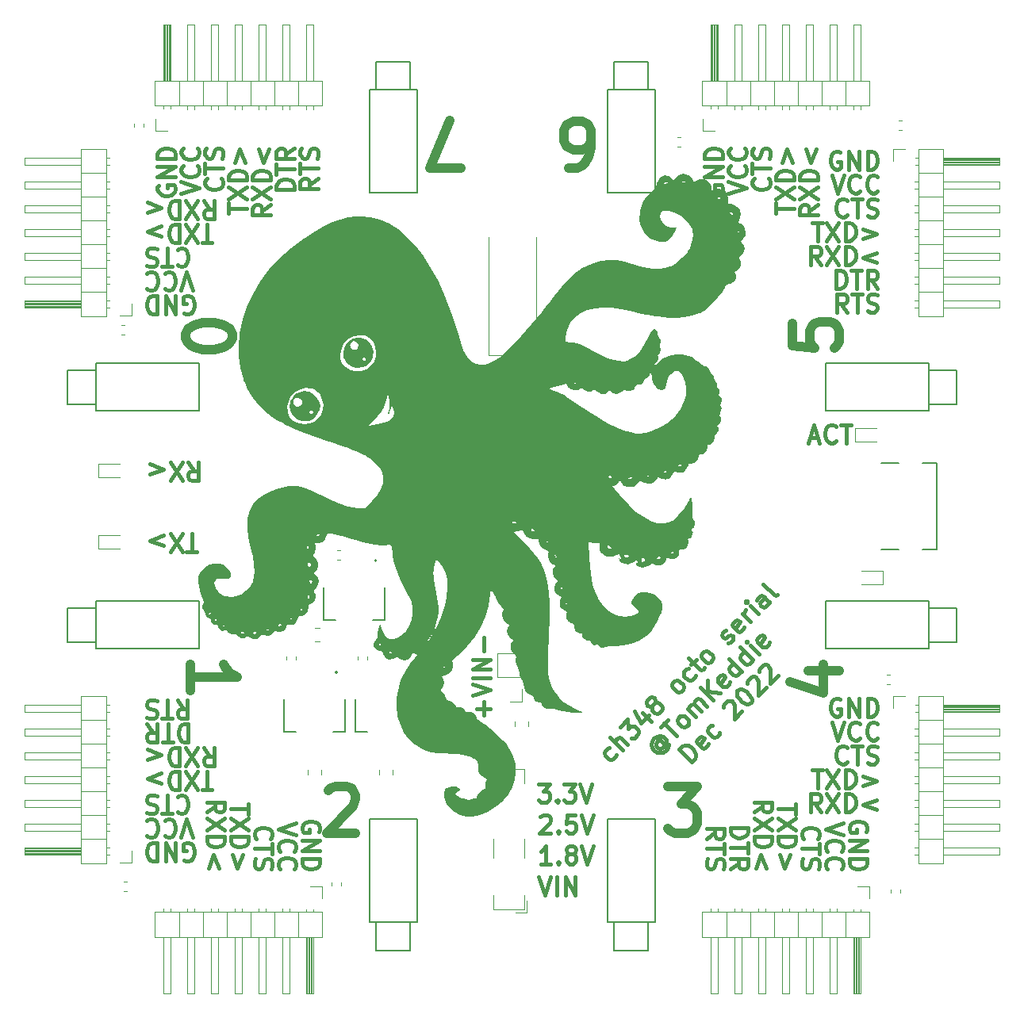
<source format=gto>
G04 #@! TF.GenerationSoftware,KiCad,Pcbnew,6.0.9-8da3e8f707~117~ubuntu22.04.1*
G04 #@! TF.CreationDate,2022-12-03T17:44:34-08:00*
G04 #@! TF.ProjectId,ch348_octo_serial,63683334-385f-46f6-9374-6f5f73657269,rev?*
G04 #@! TF.SameCoordinates,Original*
G04 #@! TF.FileFunction,Legend,Top*
G04 #@! TF.FilePolarity,Positive*
%FSLAX46Y46*%
G04 Gerber Fmt 4.6, Leading zero omitted, Abs format (unit mm)*
G04 Created by KiCad (PCBNEW 6.0.9-8da3e8f707~117~ubuntu22.04.1) date 2022-12-03 17:44:34*
%MOMM*%
%LPD*%
G01*
G04 APERTURE LIST*
%ADD10C,0.400000*%
%ADD11C,1.000000*%
%ADD12C,0.120000*%
%ADD13C,0.127000*%
%ADD14C,0.200000*%
%ADD15C,0.150000*%
G04 APERTURE END LIST*
D10*
X145970190Y-116429523D02*
X145336857Y-115524761D01*
X144884476Y-116429523D02*
X144884476Y-114529523D01*
X145608285Y-114529523D01*
X145789238Y-114620000D01*
X145879714Y-114710476D01*
X145970190Y-114891428D01*
X145970190Y-115162857D01*
X145879714Y-115343809D01*
X145789238Y-115434285D01*
X145608285Y-115524761D01*
X144884476Y-115524761D01*
X146603523Y-114529523D02*
X147870190Y-116429523D01*
X147870190Y-114529523D02*
X146603523Y-116429523D01*
X148594000Y-116429523D02*
X148594000Y-114529523D01*
X149046380Y-114529523D01*
X149317809Y-114620000D01*
X149498761Y-114800952D01*
X149589238Y-114981904D01*
X149679714Y-115343809D01*
X149679714Y-115615238D01*
X149589238Y-115977142D01*
X149498761Y-116158095D01*
X149317809Y-116339047D01*
X149046380Y-116429523D01*
X148594000Y-116429523D01*
X151941619Y-115162857D02*
X150494000Y-115705714D01*
X151941619Y-116248571D01*
D11*
X78637095Y-103536571D02*
X78637095Y-100679428D01*
X78637095Y-102108000D02*
X83637095Y-102108000D01*
X82922809Y-101631809D01*
X82446619Y-101155619D01*
X82208523Y-100679428D01*
D10*
X80994571Y-55650476D02*
X79908857Y-55650476D01*
X80451714Y-53750476D02*
X80451714Y-55650476D01*
X79456476Y-55650476D02*
X78189809Y-53750476D01*
X78189809Y-55650476D02*
X79456476Y-53750476D01*
X77466000Y-53750476D02*
X77466000Y-55650476D01*
X77013619Y-55650476D01*
X76742190Y-55560000D01*
X76561238Y-55379047D01*
X76470761Y-55198095D01*
X76380285Y-54836190D01*
X76380285Y-54564761D01*
X76470761Y-54202857D01*
X76561238Y-54021904D01*
X76742190Y-53840952D01*
X77013619Y-53750476D01*
X77466000Y-53750476D01*
X75566000Y-55017142D02*
X74118380Y-54474285D01*
X75566000Y-53931428D01*
X78008857Y-63180000D02*
X78189809Y-63270476D01*
X78461238Y-63270476D01*
X78732666Y-63180000D01*
X78913619Y-62999047D01*
X79004095Y-62818095D01*
X79094571Y-62456190D01*
X79094571Y-62184761D01*
X79004095Y-61822857D01*
X78913619Y-61641904D01*
X78732666Y-61460952D01*
X78461238Y-61370476D01*
X78280285Y-61370476D01*
X78008857Y-61460952D01*
X77918380Y-61551428D01*
X77918380Y-62184761D01*
X78280285Y-62184761D01*
X77104095Y-61370476D02*
X77104095Y-63270476D01*
X76018380Y-61370476D01*
X76018380Y-63270476D01*
X75113619Y-61370476D02*
X75113619Y-63270476D01*
X74661238Y-63270476D01*
X74389809Y-63180000D01*
X74208857Y-62999047D01*
X74118380Y-62818095D01*
X74027904Y-62456190D01*
X74027904Y-62184761D01*
X74118380Y-61822857D01*
X74208857Y-61641904D01*
X74389809Y-61460952D01*
X74661238Y-61370476D01*
X75113619Y-61370476D01*
D11*
X78160904Y-65897095D02*
X78160904Y-65420904D01*
X78399000Y-64944714D01*
X78637095Y-64706619D01*
X79113285Y-64468523D01*
X80065666Y-64230428D01*
X81256142Y-64230428D01*
X82208523Y-64468523D01*
X82684714Y-64706619D01*
X82922809Y-64944714D01*
X83160904Y-65420904D01*
X83160904Y-65897095D01*
X82922809Y-66373285D01*
X82684714Y-66611380D01*
X82208523Y-66849476D01*
X81256142Y-67087571D01*
X80065666Y-67087571D01*
X79113285Y-66849476D01*
X78637095Y-66611380D01*
X78399000Y-66373285D01*
X78160904Y-65897095D01*
D10*
X138840476Y-116506190D02*
X139745238Y-115872857D01*
X138840476Y-115420476D02*
X140740476Y-115420476D01*
X140740476Y-116144285D01*
X140650000Y-116325238D01*
X140559523Y-116415714D01*
X140378571Y-116506190D01*
X140107142Y-116506190D01*
X139926190Y-116415714D01*
X139835714Y-116325238D01*
X139745238Y-116144285D01*
X139745238Y-115420476D01*
X140740476Y-117139523D02*
X138840476Y-118406190D01*
X140740476Y-118406190D02*
X138840476Y-117139523D01*
X138840476Y-119130000D02*
X140740476Y-119130000D01*
X140740476Y-119582380D01*
X140650000Y-119853809D01*
X140469047Y-120034761D01*
X140288095Y-120125238D01*
X139926190Y-120215714D01*
X139654761Y-120215714D01*
X139292857Y-120125238D01*
X139111904Y-120034761D01*
X138930952Y-119853809D01*
X138840476Y-119582380D01*
X138840476Y-119130000D01*
X140107142Y-122477619D02*
X139564285Y-121030000D01*
X139021428Y-122477619D01*
X78461238Y-107090476D02*
X78461238Y-108990476D01*
X78008857Y-108990476D01*
X77737428Y-108900000D01*
X77556476Y-108719047D01*
X77466000Y-108538095D01*
X77375523Y-108176190D01*
X77375523Y-107904761D01*
X77466000Y-107542857D01*
X77556476Y-107361904D01*
X77737428Y-107180952D01*
X78008857Y-107090476D01*
X78461238Y-107090476D01*
X76832666Y-108990476D02*
X75746952Y-108990476D01*
X76289809Y-107090476D02*
X76289809Y-108990476D01*
X74027904Y-107090476D02*
X74661238Y-107995238D01*
X75113619Y-107090476D02*
X75113619Y-108990476D01*
X74389809Y-108990476D01*
X74208857Y-108900000D01*
X74118380Y-108809523D01*
X74027904Y-108628571D01*
X74027904Y-108357142D01*
X74118380Y-108176190D01*
X74208857Y-108085714D01*
X74389809Y-107995238D01*
X75113619Y-107995238D01*
D11*
X142930904Y-64341523D02*
X142930904Y-66722476D01*
X145311857Y-66960571D01*
X145073761Y-66722476D01*
X144835666Y-66246285D01*
X144835666Y-65055809D01*
X145073761Y-64579619D01*
X145311857Y-64341523D01*
X145788047Y-64103428D01*
X146978523Y-64103428D01*
X147454714Y-64341523D01*
X147692809Y-64579619D01*
X147930904Y-65055809D01*
X147930904Y-66246285D01*
X147692809Y-66722476D01*
X147454714Y-66960571D01*
D10*
X80420476Y-116506190D02*
X81325238Y-115872857D01*
X80420476Y-115420476D02*
X82320476Y-115420476D01*
X82320476Y-116144285D01*
X82230000Y-116325238D01*
X82139523Y-116415714D01*
X81958571Y-116506190D01*
X81687142Y-116506190D01*
X81506190Y-116415714D01*
X81415714Y-116325238D01*
X81325238Y-116144285D01*
X81325238Y-115420476D01*
X82320476Y-117139523D02*
X80420476Y-118406190D01*
X82320476Y-118406190D02*
X80420476Y-117139523D01*
X80420476Y-119130000D02*
X82320476Y-119130000D01*
X82320476Y-119582380D01*
X82230000Y-119853809D01*
X82049047Y-120034761D01*
X81868095Y-120125238D01*
X81506190Y-120215714D01*
X81234761Y-120215714D01*
X80872857Y-120125238D01*
X80691904Y-120034761D01*
X80510952Y-119853809D01*
X80420476Y-119582380D01*
X80420476Y-119130000D01*
X81687142Y-122477619D02*
X81144285Y-121030000D01*
X80601428Y-122477619D01*
D11*
X93440428Y-114197095D02*
X93678523Y-113959000D01*
X94154714Y-113720904D01*
X95345190Y-113720904D01*
X95821380Y-113959000D01*
X96059476Y-114197095D01*
X96297571Y-114673285D01*
X96297571Y-115149476D01*
X96059476Y-115863761D01*
X93202333Y-118720904D01*
X96297571Y-118720904D01*
D10*
X145065428Y-53569523D02*
X146151142Y-53569523D01*
X145608285Y-55469523D02*
X145608285Y-53569523D01*
X146603523Y-53569523D02*
X147870190Y-55469523D01*
X147870190Y-53569523D02*
X146603523Y-55469523D01*
X148594000Y-55469523D02*
X148594000Y-53569523D01*
X149046380Y-53569523D01*
X149317809Y-53660000D01*
X149498761Y-53840952D01*
X149589238Y-54021904D01*
X149679714Y-54383809D01*
X149679714Y-54655238D01*
X149589238Y-55017142D01*
X149498761Y-55198095D01*
X149317809Y-55379047D01*
X149046380Y-55469523D01*
X148594000Y-55469523D01*
X150494000Y-54202857D02*
X151941619Y-54745714D01*
X150494000Y-55288571D01*
X136119523Y-50465619D02*
X138019523Y-49832285D01*
X136119523Y-49198952D01*
X137838571Y-47479904D02*
X137929047Y-47570380D01*
X138019523Y-47841809D01*
X138019523Y-48022761D01*
X137929047Y-48294190D01*
X137748095Y-48475142D01*
X137567142Y-48565619D01*
X137205238Y-48656095D01*
X136933809Y-48656095D01*
X136571904Y-48565619D01*
X136390952Y-48475142D01*
X136210000Y-48294190D01*
X136119523Y-48022761D01*
X136119523Y-47841809D01*
X136210000Y-47570380D01*
X136300476Y-47479904D01*
X137838571Y-45579904D02*
X137929047Y-45670380D01*
X138019523Y-45941809D01*
X138019523Y-46122761D01*
X137929047Y-46394190D01*
X137748095Y-46575142D01*
X137567142Y-46665619D01*
X137205238Y-46756095D01*
X136933809Y-46756095D01*
X136571904Y-46665619D01*
X136390952Y-46575142D01*
X136210000Y-46394190D01*
X136119523Y-46122761D01*
X136119523Y-45941809D01*
X136210000Y-45670380D01*
X136300476Y-45579904D01*
X145065428Y-111989523D02*
X146151142Y-111989523D01*
X145608285Y-113889523D02*
X145608285Y-111989523D01*
X146603523Y-111989523D02*
X147870190Y-113889523D01*
X147870190Y-111989523D02*
X146603523Y-113889523D01*
X148594000Y-113889523D02*
X148594000Y-111989523D01*
X149046380Y-111989523D01*
X149317809Y-112080000D01*
X149498761Y-112260952D01*
X149589238Y-112441904D01*
X149679714Y-112803809D01*
X149679714Y-113075238D01*
X149589238Y-113437142D01*
X149498761Y-113618095D01*
X149317809Y-113799047D01*
X149046380Y-113889523D01*
X148594000Y-113889523D01*
X150494000Y-112622857D02*
X151941619Y-113165714D01*
X150494000Y-113708571D01*
D11*
X107584666Y-47675690D02*
X104251333Y-47675690D01*
X106394190Y-42675690D01*
D10*
X77285047Y-114891428D02*
X77375523Y-114800952D01*
X77646952Y-114710476D01*
X77827904Y-114710476D01*
X78099333Y-114800952D01*
X78280285Y-114981904D01*
X78370761Y-115162857D01*
X78461238Y-115524761D01*
X78461238Y-115796190D01*
X78370761Y-116158095D01*
X78280285Y-116339047D01*
X78099333Y-116520000D01*
X77827904Y-116610476D01*
X77646952Y-116610476D01*
X77375523Y-116520000D01*
X77285047Y-116429523D01*
X76742190Y-116610476D02*
X75656476Y-116610476D01*
X76199333Y-114710476D02*
X76199333Y-116610476D01*
X75113619Y-114800952D02*
X74842190Y-114710476D01*
X74389809Y-114710476D01*
X74208857Y-114800952D01*
X74118380Y-114891428D01*
X74027904Y-115072380D01*
X74027904Y-115253333D01*
X74118380Y-115434285D01*
X74208857Y-115524761D01*
X74389809Y-115615238D01*
X74751714Y-115705714D01*
X74932666Y-115796190D01*
X75023142Y-115886666D01*
X75113619Y-116067619D01*
X75113619Y-116248571D01*
X75023142Y-116429523D01*
X74932666Y-116520000D01*
X74751714Y-116610476D01*
X74299333Y-116610476D01*
X74027904Y-116520000D01*
D11*
X144597571Y-101409619D02*
X147930904Y-101409619D01*
X142692809Y-102600095D02*
X146264238Y-103790571D01*
X146264238Y-100695333D01*
X119062619Y-47696095D02*
X120015000Y-47696095D01*
X120491190Y-47458000D01*
X120729285Y-47219904D01*
X121205476Y-46505619D01*
X121443571Y-45553238D01*
X121443571Y-43648476D01*
X121205476Y-43172285D01*
X120967380Y-42934190D01*
X120491190Y-42696095D01*
X119538809Y-42696095D01*
X119062619Y-42934190D01*
X118824523Y-43172285D01*
X118586428Y-43648476D01*
X118586428Y-44838952D01*
X118824523Y-45315142D01*
X119062619Y-45553238D01*
X119538809Y-45791333D01*
X120491190Y-45791333D01*
X120967380Y-45553238D01*
X121205476Y-45315142D01*
X121443571Y-44838952D01*
D10*
X141199523Y-52546571D02*
X141199523Y-51460857D01*
X143099523Y-52003714D02*
X141199523Y-52003714D01*
X141199523Y-51008476D02*
X143099523Y-49741809D01*
X141199523Y-49741809D02*
X143099523Y-51008476D01*
X143099523Y-49018000D02*
X141199523Y-49018000D01*
X141199523Y-48565619D01*
X141290000Y-48294190D01*
X141470952Y-48113238D01*
X141651904Y-48022761D01*
X142013809Y-47932285D01*
X142285238Y-47932285D01*
X142647142Y-48022761D01*
X142828095Y-48113238D01*
X143009047Y-48294190D01*
X143099523Y-48565619D01*
X143099523Y-49018000D01*
X141832857Y-47118000D02*
X142375714Y-45670380D01*
X142918571Y-47118000D01*
X145639523Y-51641809D02*
X144734761Y-52275142D01*
X145639523Y-52727523D02*
X143739523Y-52727523D01*
X143739523Y-52003714D01*
X143830000Y-51822761D01*
X143920476Y-51732285D01*
X144101428Y-51641809D01*
X144372857Y-51641809D01*
X144553809Y-51732285D01*
X144644285Y-51822761D01*
X144734761Y-52003714D01*
X144734761Y-52727523D01*
X143739523Y-51008476D02*
X145639523Y-49741809D01*
X143739523Y-49741809D02*
X145639523Y-51008476D01*
X145639523Y-49018000D02*
X143739523Y-49018000D01*
X143739523Y-48565619D01*
X143830000Y-48294190D01*
X144010952Y-48113238D01*
X144191904Y-48022761D01*
X144553809Y-47932285D01*
X144825238Y-47932285D01*
X145187142Y-48022761D01*
X145368095Y-48113238D01*
X145549047Y-48294190D01*
X145639523Y-48565619D01*
X145639523Y-49018000D01*
X144372857Y-45670380D02*
X144915714Y-47118000D01*
X145458571Y-45670380D01*
X144770714Y-76516666D02*
X145675476Y-76516666D01*
X144589761Y-77059523D02*
X145223095Y-75159523D01*
X145856428Y-77059523D01*
X147575476Y-76878571D02*
X147485000Y-76969047D01*
X147213571Y-77059523D01*
X147032619Y-77059523D01*
X146761190Y-76969047D01*
X146580238Y-76788095D01*
X146489761Y-76607142D01*
X146399285Y-76245238D01*
X146399285Y-75973809D01*
X146489761Y-75611904D01*
X146580238Y-75430952D01*
X146761190Y-75250000D01*
X147032619Y-75159523D01*
X147213571Y-75159523D01*
X147485000Y-75250000D01*
X147575476Y-75340476D01*
X148118333Y-75159523D02*
X149204047Y-75159523D01*
X148661190Y-77059523D02*
X148661190Y-75159523D01*
X148360476Y-117682380D02*
X146460476Y-118315714D01*
X148360476Y-118949047D01*
X146641428Y-120668095D02*
X146550952Y-120577619D01*
X146460476Y-120306190D01*
X146460476Y-120125238D01*
X146550952Y-119853809D01*
X146731904Y-119672857D01*
X146912857Y-119582380D01*
X147274761Y-119491904D01*
X147546190Y-119491904D01*
X147908095Y-119582380D01*
X148089047Y-119672857D01*
X148270000Y-119853809D01*
X148360476Y-120125238D01*
X148360476Y-120306190D01*
X148270000Y-120577619D01*
X148179523Y-120668095D01*
X146641428Y-122568095D02*
X146550952Y-122477619D01*
X146460476Y-122206190D01*
X146460476Y-122025238D01*
X146550952Y-121753809D01*
X146731904Y-121572857D01*
X146912857Y-121482380D01*
X147274761Y-121391904D01*
X147546190Y-121391904D01*
X147908095Y-121482380D01*
X148089047Y-121572857D01*
X148270000Y-121753809D01*
X148360476Y-122025238D01*
X148360476Y-122206190D01*
X148270000Y-122477619D01*
X148179523Y-122568095D01*
X89940476Y-117682380D02*
X88040476Y-118315714D01*
X89940476Y-118949047D01*
X88221428Y-120668095D02*
X88130952Y-120577619D01*
X88040476Y-120306190D01*
X88040476Y-120125238D01*
X88130952Y-119853809D01*
X88311904Y-119672857D01*
X88492857Y-119582380D01*
X88854761Y-119491904D01*
X89126190Y-119491904D01*
X89488095Y-119582380D01*
X89669047Y-119672857D01*
X89850000Y-119853809D01*
X89940476Y-120125238D01*
X89940476Y-120306190D01*
X89850000Y-120577619D01*
X89759523Y-120668095D01*
X88221428Y-122568095D02*
X88130952Y-122477619D01*
X88040476Y-122206190D01*
X88040476Y-122025238D01*
X88130952Y-121753809D01*
X88311904Y-121572857D01*
X88492857Y-121482380D01*
X88854761Y-121391904D01*
X89126190Y-121391904D01*
X89488095Y-121482380D01*
X89669047Y-121572857D01*
X89850000Y-121753809D01*
X89940476Y-122025238D01*
X89940476Y-122206190D01*
X89850000Y-122477619D01*
X89759523Y-122568095D01*
X140378571Y-48837047D02*
X140469047Y-48927523D01*
X140559523Y-49198952D01*
X140559523Y-49379904D01*
X140469047Y-49651333D01*
X140288095Y-49832285D01*
X140107142Y-49922761D01*
X139745238Y-50013238D01*
X139473809Y-50013238D01*
X139111904Y-49922761D01*
X138930952Y-49832285D01*
X138750000Y-49651333D01*
X138659523Y-49379904D01*
X138659523Y-49198952D01*
X138750000Y-48927523D01*
X138840476Y-48837047D01*
X138659523Y-48294190D02*
X138659523Y-47208476D01*
X140559523Y-47751333D02*
X138659523Y-47751333D01*
X140469047Y-46665619D02*
X140559523Y-46394190D01*
X140559523Y-45941809D01*
X140469047Y-45760857D01*
X140378571Y-45670380D01*
X140197619Y-45579904D01*
X140016666Y-45579904D01*
X139835714Y-45670380D01*
X139745238Y-45760857D01*
X139654761Y-45941809D01*
X139564285Y-46303714D01*
X139473809Y-46484666D01*
X139383333Y-46575142D01*
X139202380Y-46665619D01*
X139021428Y-46665619D01*
X138840476Y-46575142D01*
X138750000Y-46484666D01*
X138659523Y-46303714D01*
X138659523Y-45851333D01*
X138750000Y-45579904D01*
X77285047Y-56471428D02*
X77375523Y-56380952D01*
X77646952Y-56290476D01*
X77827904Y-56290476D01*
X78099333Y-56380952D01*
X78280285Y-56561904D01*
X78370761Y-56742857D01*
X78461238Y-57104761D01*
X78461238Y-57376190D01*
X78370761Y-57738095D01*
X78280285Y-57919047D01*
X78099333Y-58100000D01*
X77827904Y-58190476D01*
X77646952Y-58190476D01*
X77375523Y-58100000D01*
X77285047Y-58009523D01*
X76742190Y-58190476D02*
X75656476Y-58190476D01*
X76199333Y-56290476D02*
X76199333Y-58190476D01*
X75113619Y-56380952D02*
X74842190Y-56290476D01*
X74389809Y-56290476D01*
X74208857Y-56380952D01*
X74118380Y-56471428D01*
X74027904Y-56652380D01*
X74027904Y-56833333D01*
X74118380Y-57014285D01*
X74208857Y-57104761D01*
X74389809Y-57195238D01*
X74751714Y-57285714D01*
X74932666Y-57376190D01*
X75023142Y-57466666D01*
X75113619Y-57647619D01*
X75113619Y-57828571D01*
X75023142Y-58009523D01*
X74932666Y-58100000D01*
X74751714Y-58190476D01*
X74299333Y-58190476D01*
X74027904Y-58100000D01*
X80089809Y-109630476D02*
X80723142Y-110535238D01*
X81175523Y-109630476D02*
X81175523Y-111530476D01*
X80451714Y-111530476D01*
X80270761Y-111440000D01*
X80180285Y-111349523D01*
X80089809Y-111168571D01*
X80089809Y-110897142D01*
X80180285Y-110716190D01*
X80270761Y-110625714D01*
X80451714Y-110535238D01*
X81175523Y-110535238D01*
X79456476Y-111530476D02*
X78189809Y-109630476D01*
X78189809Y-111530476D02*
X79456476Y-109630476D01*
X77466000Y-109630476D02*
X77466000Y-111530476D01*
X77013619Y-111530476D01*
X76742190Y-111440000D01*
X76561238Y-111259047D01*
X76470761Y-111078095D01*
X76380285Y-110716190D01*
X76380285Y-110444761D01*
X76470761Y-110082857D01*
X76561238Y-109901904D01*
X76742190Y-109720952D01*
X77013619Y-109630476D01*
X77466000Y-109630476D01*
X74118380Y-110897142D02*
X75566000Y-110354285D01*
X74118380Y-109811428D01*
X124144800Y-110360716D02*
X124080824Y-110552645D01*
X123824919Y-110808551D01*
X123632990Y-110872527D01*
X123505037Y-110872527D01*
X123313108Y-110808551D01*
X122929250Y-110424693D01*
X122865274Y-110232764D01*
X122865274Y-110104811D01*
X122929250Y-109912882D01*
X123185155Y-109656977D01*
X123377084Y-109593000D01*
X124784563Y-109848906D02*
X123441061Y-108505403D01*
X125360350Y-109273119D02*
X124656611Y-108569379D01*
X124464682Y-108505403D01*
X124272753Y-108569379D01*
X124080824Y-108761308D01*
X124016848Y-108953237D01*
X124016848Y-109081190D01*
X124528658Y-107417805D02*
X125360350Y-106586113D01*
X125424327Y-107545758D01*
X125616256Y-107353829D01*
X125808185Y-107289853D01*
X125936137Y-107289853D01*
X126128066Y-107353829D01*
X126447948Y-107673711D01*
X126511924Y-107865640D01*
X126511924Y-107993592D01*
X126447948Y-108185521D01*
X126064090Y-108569379D01*
X125872161Y-108633356D01*
X125744208Y-108633356D01*
X126959759Y-105882373D02*
X127855427Y-106778042D01*
X126128066Y-105690444D02*
X126767830Y-106969971D01*
X127599522Y-106138279D01*
X127983380Y-105114658D02*
X127791451Y-105178634D01*
X127663498Y-105178634D01*
X127471569Y-105114658D01*
X127407593Y-105050681D01*
X127343617Y-104858752D01*
X127343617Y-104730800D01*
X127407593Y-104538871D01*
X127663498Y-104282965D01*
X127855427Y-104218989D01*
X127983380Y-104218989D01*
X128175309Y-104282965D01*
X128239285Y-104346942D01*
X128303261Y-104538871D01*
X128303261Y-104666823D01*
X128239285Y-104858752D01*
X127983380Y-105114658D01*
X127919404Y-105306587D01*
X127919404Y-105434539D01*
X127983380Y-105626468D01*
X128239285Y-105882373D01*
X128431214Y-105946350D01*
X128559167Y-105946350D01*
X128751096Y-105882373D01*
X129007001Y-105626468D01*
X129070977Y-105434539D01*
X129070977Y-105306587D01*
X129007001Y-105114658D01*
X128751096Y-104858752D01*
X128559167Y-104794776D01*
X128431214Y-104794776D01*
X128239285Y-104858752D01*
X131054244Y-103579226D02*
X130862315Y-103643202D01*
X130734362Y-103643202D01*
X130542433Y-103579226D01*
X130158575Y-103195368D01*
X130094599Y-103003439D01*
X130094599Y-102875486D01*
X130158575Y-102683557D01*
X130350504Y-102491628D01*
X130542433Y-102427652D01*
X130670386Y-102427652D01*
X130862315Y-102491628D01*
X131246173Y-102875486D01*
X131310149Y-103067415D01*
X131310149Y-103195368D01*
X131246173Y-103387297D01*
X131054244Y-103579226D01*
X132589675Y-101915841D02*
X132525699Y-102107770D01*
X132269794Y-102363675D01*
X132077865Y-102427652D01*
X131949912Y-102427652D01*
X131757983Y-102363675D01*
X131374125Y-101979817D01*
X131310149Y-101787888D01*
X131310149Y-101659936D01*
X131374125Y-101468007D01*
X131630031Y-101212102D01*
X131821960Y-101148125D01*
X132141841Y-100700291D02*
X132653652Y-100188480D01*
X131885936Y-100060528D02*
X133037510Y-101212102D01*
X133229439Y-101276078D01*
X133421368Y-101212102D01*
X133549320Y-101084149D01*
X134189084Y-100444386D02*
X133997155Y-100508362D01*
X133869202Y-100508362D01*
X133677273Y-100444386D01*
X133293415Y-100060528D01*
X133229439Y-99868599D01*
X133229439Y-99740646D01*
X133293415Y-99548717D01*
X133485344Y-99356788D01*
X133677273Y-99292812D01*
X133805226Y-99292812D01*
X133997155Y-99356788D01*
X134381013Y-99740646D01*
X134444989Y-99932575D01*
X134444989Y-100060528D01*
X134381013Y-100252457D01*
X134189084Y-100444386D01*
X136108373Y-98397143D02*
X136300302Y-98333167D01*
X136556208Y-98077261D01*
X136620184Y-97885332D01*
X136556208Y-97693404D01*
X136492231Y-97629427D01*
X136300302Y-97565451D01*
X136108373Y-97629427D01*
X135916444Y-97821356D01*
X135724515Y-97885332D01*
X135532587Y-97821356D01*
X135468610Y-97757380D01*
X135404634Y-97565451D01*
X135468610Y-97373522D01*
X135660539Y-97181593D01*
X135852468Y-97117617D01*
X137771758Y-96733759D02*
X137707782Y-96925688D01*
X137451876Y-97181593D01*
X137259947Y-97245569D01*
X137068018Y-97181593D01*
X136556208Y-96669782D01*
X136492231Y-96477853D01*
X136556208Y-96285924D01*
X136812113Y-96030019D01*
X137004042Y-95966043D01*
X137195971Y-96030019D01*
X137323924Y-96157972D01*
X136812113Y-96925688D01*
X138475498Y-96157972D02*
X137579829Y-95262303D01*
X137835734Y-95518208D02*
X137771758Y-95326279D01*
X137771758Y-95198327D01*
X137835734Y-95006398D01*
X137963687Y-94878445D01*
X139307190Y-95326279D02*
X138411521Y-94430611D01*
X137963687Y-93982776D02*
X137963687Y-94110729D01*
X138091640Y-94110729D01*
X138091640Y-93982776D01*
X137963687Y-93982776D01*
X138091640Y-94110729D01*
X140522740Y-94110729D02*
X139819000Y-93406990D01*
X139627071Y-93343013D01*
X139435143Y-93406990D01*
X139179237Y-93662895D01*
X139115261Y-93854824D01*
X140458764Y-94046753D02*
X140394787Y-94238682D01*
X140074906Y-94558563D01*
X139882977Y-94622540D01*
X139691048Y-94558563D01*
X139563095Y-94430611D01*
X139499119Y-94238682D01*
X139563095Y-94046753D01*
X139882977Y-93726871D01*
X139946953Y-93534942D01*
X141354432Y-93279037D02*
X141162503Y-93343013D01*
X140970574Y-93279037D01*
X139819000Y-92127463D01*
X128866893Y-108813129D02*
X128738941Y-108813129D01*
X128547012Y-108877106D01*
X128419059Y-109005058D01*
X128355083Y-109196987D01*
X128355083Y-109324940D01*
X128419059Y-109516869D01*
X128547012Y-109644822D01*
X128738941Y-109708798D01*
X128866893Y-109708798D01*
X129058822Y-109644822D01*
X129186775Y-109516869D01*
X129250751Y-109324940D01*
X129250751Y-109196987D01*
X128738941Y-108685177D02*
X129250751Y-109196987D01*
X129378704Y-109196987D01*
X129442680Y-109133011D01*
X129506657Y-108941082D01*
X129442680Y-108749153D01*
X129122799Y-108429271D01*
X128802917Y-108365295D01*
X128483035Y-108429271D01*
X128163154Y-108621200D01*
X127971225Y-108941082D01*
X127907248Y-109260964D01*
X127971225Y-109580845D01*
X128163154Y-109900727D01*
X128483035Y-110092656D01*
X128802917Y-110156632D01*
X129122799Y-110092656D01*
X129442680Y-109900727D01*
X129634609Y-109580845D01*
X129698586Y-109260964D01*
X128866893Y-107405650D02*
X129634609Y-106637934D01*
X130594254Y-108365295D02*
X129250751Y-107021792D01*
X131617875Y-107341674D02*
X131425946Y-107405650D01*
X131297994Y-107405650D01*
X131106065Y-107341674D01*
X130722207Y-106957816D01*
X130658230Y-106765887D01*
X130658230Y-106637934D01*
X130722207Y-106446005D01*
X130914136Y-106254076D01*
X131106065Y-106190100D01*
X131234017Y-106190100D01*
X131425946Y-106254076D01*
X131809804Y-106637934D01*
X131873781Y-106829863D01*
X131873781Y-106957816D01*
X131809804Y-107149745D01*
X131617875Y-107341674D01*
X132641497Y-106318053D02*
X131745828Y-105422384D01*
X131873781Y-105550337D02*
X131873781Y-105422384D01*
X131937757Y-105230455D01*
X132129686Y-105038526D01*
X132321615Y-104974550D01*
X132513544Y-105038526D01*
X133217284Y-105742266D01*
X132513544Y-105038526D02*
X132449568Y-104846597D01*
X132513544Y-104654668D01*
X132705473Y-104462739D01*
X132897402Y-104398763D01*
X133089331Y-104462739D01*
X133793071Y-105166479D01*
X134432834Y-104526715D02*
X133089331Y-103183213D01*
X135200550Y-103758999D02*
X133857047Y-103567071D01*
X133857047Y-102415497D02*
X133857047Y-103950928D01*
X136224171Y-102607426D02*
X136160195Y-102799355D01*
X135904289Y-103055260D01*
X135712360Y-103119236D01*
X135520431Y-103055260D01*
X135008621Y-102543449D01*
X134944644Y-102351520D01*
X135008621Y-102159591D01*
X135264526Y-101903686D01*
X135456455Y-101839710D01*
X135648384Y-101903686D01*
X135776337Y-102031639D01*
X135264526Y-102799355D01*
X137503698Y-101455852D02*
X136160195Y-100112349D01*
X137439721Y-101391875D02*
X137375745Y-101583804D01*
X137119840Y-101839710D01*
X136927911Y-101903686D01*
X136799958Y-101903686D01*
X136608029Y-101839710D01*
X136224171Y-101455852D01*
X136160195Y-101263923D01*
X136160195Y-101135970D01*
X136224171Y-100944041D01*
X136480076Y-100688136D01*
X136672005Y-100624159D01*
X138719248Y-100240301D02*
X137375745Y-98896799D01*
X138655271Y-100176325D02*
X138591295Y-100368254D01*
X138335390Y-100624159D01*
X138143461Y-100688136D01*
X138015508Y-100688136D01*
X137823579Y-100624159D01*
X137439721Y-100240301D01*
X137375745Y-100048372D01*
X137375745Y-99920420D01*
X137439721Y-99728491D01*
X137695627Y-99472586D01*
X137887555Y-99408609D01*
X139359011Y-99600538D02*
X138463342Y-98704870D01*
X138015508Y-98257035D02*
X138015508Y-98384988D01*
X138143461Y-98384988D01*
X138143461Y-98257035D01*
X138015508Y-98257035D01*
X138143461Y-98384988D01*
X140446609Y-98384988D02*
X140382632Y-98576917D01*
X140126727Y-98832822D01*
X139934798Y-98896799D01*
X139742869Y-98832822D01*
X139231058Y-98321012D01*
X139167082Y-98129083D01*
X139231058Y-97937154D01*
X139486964Y-97681248D01*
X139678893Y-97617272D01*
X139870822Y-97681248D01*
X139998774Y-97809201D01*
X139486964Y-98576917D01*
X132181507Y-111104122D02*
X130838004Y-109760619D01*
X131157886Y-109440738D01*
X131413791Y-109312785D01*
X131669697Y-109312785D01*
X131861626Y-109376761D01*
X132181507Y-109568690D01*
X132373436Y-109760619D01*
X132565365Y-110080501D01*
X132629341Y-110272430D01*
X132629341Y-110528335D01*
X132501389Y-110784240D01*
X132181507Y-111104122D01*
X133972844Y-109184832D02*
X133908868Y-109376761D01*
X133652963Y-109632667D01*
X133461034Y-109696643D01*
X133269105Y-109632667D01*
X132757294Y-109120856D01*
X132693318Y-108928927D01*
X132757294Y-108736998D01*
X133013199Y-108481093D01*
X133205128Y-108417116D01*
X133397057Y-108481093D01*
X133525010Y-108609045D01*
X133013199Y-109376761D01*
X135188395Y-107969282D02*
X135124418Y-108161211D01*
X134868513Y-108417116D01*
X134676584Y-108481093D01*
X134548631Y-108481093D01*
X134356702Y-108417116D01*
X133972844Y-108033258D01*
X133908868Y-107841329D01*
X133908868Y-107713377D01*
X133972844Y-107521448D01*
X134228750Y-107265542D01*
X134420679Y-107201566D01*
X135572253Y-105282276D02*
X135572253Y-105154324D01*
X135636229Y-104962395D01*
X135956111Y-104642513D01*
X136148040Y-104578537D01*
X136275992Y-104578537D01*
X136467921Y-104642513D01*
X136595874Y-104770466D01*
X136723826Y-105026371D01*
X136723826Y-106561803D01*
X137555519Y-105730111D01*
X137043708Y-103554915D02*
X137171661Y-103426963D01*
X137363590Y-103362986D01*
X137491542Y-103362986D01*
X137683471Y-103426963D01*
X138003353Y-103618892D01*
X138323235Y-103938773D01*
X138515164Y-104258655D01*
X138579140Y-104450584D01*
X138579140Y-104578537D01*
X138515164Y-104770466D01*
X138387211Y-104898418D01*
X138195282Y-104962395D01*
X138067329Y-104962395D01*
X137875400Y-104898418D01*
X137555519Y-104706489D01*
X137235637Y-104386608D01*
X137043708Y-104066726D01*
X136979732Y-103874797D01*
X136979732Y-103746844D01*
X137043708Y-103554915D01*
X138131306Y-102723223D02*
X138131306Y-102595270D01*
X138195282Y-102403341D01*
X138515164Y-102083460D01*
X138707093Y-102019484D01*
X138835045Y-102019484D01*
X139026974Y-102083460D01*
X139154927Y-102211412D01*
X139282880Y-102467318D01*
X139282880Y-104002750D01*
X140114572Y-103171057D01*
X139410832Y-101443697D02*
X139410832Y-101315744D01*
X139474809Y-101123815D01*
X139794690Y-100803933D01*
X139986619Y-100739957D01*
X140114572Y-100739957D01*
X140306501Y-100803933D01*
X140434453Y-100931886D01*
X140562406Y-101187791D01*
X140562406Y-102723223D01*
X141394098Y-101891531D01*
X82779523Y-52546571D02*
X82779523Y-51460857D01*
X84679523Y-52003714D02*
X82779523Y-52003714D01*
X82779523Y-51008476D02*
X84679523Y-49741809D01*
X82779523Y-49741809D02*
X84679523Y-51008476D01*
X84679523Y-49018000D02*
X82779523Y-49018000D01*
X82779523Y-48565619D01*
X82870000Y-48294190D01*
X83050952Y-48113238D01*
X83231904Y-48022761D01*
X83593809Y-47932285D01*
X83865238Y-47932285D01*
X84227142Y-48022761D01*
X84408095Y-48113238D01*
X84589047Y-48294190D01*
X84679523Y-48565619D01*
X84679523Y-49018000D01*
X83412857Y-47118000D02*
X83955714Y-45670380D01*
X84498571Y-47118000D01*
X75250000Y-49560857D02*
X75159523Y-49741809D01*
X75159523Y-50013238D01*
X75250000Y-50284666D01*
X75430952Y-50465619D01*
X75611904Y-50556095D01*
X75973809Y-50646571D01*
X76245238Y-50646571D01*
X76607142Y-50556095D01*
X76788095Y-50465619D01*
X76969047Y-50284666D01*
X77059523Y-50013238D01*
X77059523Y-49832285D01*
X76969047Y-49560857D01*
X76878571Y-49470380D01*
X76245238Y-49470380D01*
X76245238Y-49832285D01*
X77059523Y-48656095D02*
X75159523Y-48656095D01*
X77059523Y-47570380D01*
X75159523Y-47570380D01*
X77059523Y-46665619D02*
X75159523Y-46665619D01*
X75159523Y-46213238D01*
X75250000Y-45941809D01*
X75430952Y-45760857D01*
X75611904Y-45670380D01*
X75973809Y-45579904D01*
X76245238Y-45579904D01*
X76607142Y-45670380D01*
X76788095Y-45760857D01*
X76969047Y-45941809D01*
X77059523Y-46213238D01*
X77059523Y-46665619D01*
X115883952Y-123419523D02*
X116517285Y-125319523D01*
X117150619Y-123419523D01*
X117783952Y-125319523D02*
X117783952Y-123419523D01*
X118688714Y-125319523D02*
X118688714Y-123419523D01*
X119774428Y-125319523D01*
X119774428Y-123419523D01*
X89759523Y-50013238D02*
X87859523Y-50013238D01*
X87859523Y-49560857D01*
X87950000Y-49289428D01*
X88130952Y-49108476D01*
X88311904Y-49018000D01*
X88673809Y-48927523D01*
X88945238Y-48927523D01*
X89307142Y-49018000D01*
X89488095Y-49108476D01*
X89669047Y-49289428D01*
X89759523Y-49560857D01*
X89759523Y-50013238D01*
X87859523Y-48384666D02*
X87859523Y-47298952D01*
X89759523Y-47841809D02*
X87859523Y-47841809D01*
X89759523Y-45579904D02*
X88854761Y-46213238D01*
X89759523Y-46665619D02*
X87859523Y-46665619D01*
X87859523Y-45941809D01*
X87950000Y-45760857D01*
X88040476Y-45670380D01*
X88221428Y-45579904D01*
X88492857Y-45579904D01*
X88673809Y-45670380D01*
X88764285Y-45760857D01*
X88854761Y-45941809D01*
X88854761Y-46665619D01*
X80994571Y-114070476D02*
X79908857Y-114070476D01*
X80451714Y-112170476D02*
X80451714Y-114070476D01*
X79456476Y-114070476D02*
X78189809Y-112170476D01*
X78189809Y-114070476D02*
X79456476Y-112170476D01*
X77466000Y-112170476D02*
X77466000Y-114070476D01*
X77013619Y-114070476D01*
X76742190Y-113980000D01*
X76561238Y-113799047D01*
X76470761Y-113618095D01*
X76380285Y-113256190D01*
X76380285Y-112984761D01*
X76470761Y-112622857D01*
X76561238Y-112441904D01*
X76742190Y-112260952D01*
X77013619Y-112170476D01*
X77466000Y-112170476D01*
X75566000Y-113437142D02*
X74118380Y-112894285D01*
X75566000Y-112351428D01*
X148051142Y-104460000D02*
X147870190Y-104369523D01*
X147598761Y-104369523D01*
X147327333Y-104460000D01*
X147146380Y-104640952D01*
X147055904Y-104821904D01*
X146965428Y-105183809D01*
X146965428Y-105455238D01*
X147055904Y-105817142D01*
X147146380Y-105998095D01*
X147327333Y-106179047D01*
X147598761Y-106269523D01*
X147779714Y-106269523D01*
X148051142Y-106179047D01*
X148141619Y-106088571D01*
X148141619Y-105455238D01*
X147779714Y-105455238D01*
X148955904Y-106269523D02*
X148955904Y-104369523D01*
X150041619Y-106269523D01*
X150041619Y-104369523D01*
X150946380Y-106269523D02*
X150946380Y-104369523D01*
X151398761Y-104369523D01*
X151670190Y-104460000D01*
X151851142Y-104640952D01*
X151941619Y-104821904D01*
X152032095Y-105183809D01*
X152032095Y-105455238D01*
X151941619Y-105817142D01*
X151851142Y-105998095D01*
X151670190Y-106179047D01*
X151398761Y-106269523D01*
X150946380Y-106269523D01*
X77699523Y-50465619D02*
X79599523Y-49832285D01*
X77699523Y-49198952D01*
X79418571Y-47479904D02*
X79509047Y-47570380D01*
X79599523Y-47841809D01*
X79599523Y-48022761D01*
X79509047Y-48294190D01*
X79328095Y-48475142D01*
X79147142Y-48565619D01*
X78785238Y-48656095D01*
X78513809Y-48656095D01*
X78151904Y-48565619D01*
X77970952Y-48475142D01*
X77790000Y-48294190D01*
X77699523Y-48022761D01*
X77699523Y-47841809D01*
X77790000Y-47570380D01*
X77880476Y-47479904D01*
X79418571Y-45579904D02*
X79509047Y-45670380D01*
X79599523Y-45941809D01*
X79599523Y-46122761D01*
X79509047Y-46394190D01*
X79328095Y-46575142D01*
X79147142Y-46665619D01*
X78785238Y-46756095D01*
X78513809Y-46756095D01*
X78151904Y-46665619D01*
X77970952Y-46575142D01*
X77790000Y-46394190D01*
X77699523Y-46122761D01*
X77699523Y-45941809D01*
X77790000Y-45670380D01*
X77880476Y-45579904D01*
D11*
X129651333Y-113720904D02*
X132746571Y-113720904D01*
X131079904Y-115625666D01*
X131794190Y-115625666D01*
X132270380Y-115863761D01*
X132508476Y-116101857D01*
X132746571Y-116578047D01*
X132746571Y-117768523D01*
X132508476Y-118244714D01*
X132270380Y-118482809D01*
X131794190Y-118720904D01*
X130365619Y-118720904D01*
X129889428Y-118482809D01*
X129651333Y-118244714D01*
D10*
X144101428Y-119310952D02*
X144010952Y-119220476D01*
X143920476Y-118949047D01*
X143920476Y-118768095D01*
X144010952Y-118496666D01*
X144191904Y-118315714D01*
X144372857Y-118225238D01*
X144734761Y-118134761D01*
X145006190Y-118134761D01*
X145368095Y-118225238D01*
X145549047Y-118315714D01*
X145730000Y-118496666D01*
X145820476Y-118768095D01*
X145820476Y-118949047D01*
X145730000Y-119220476D01*
X145639523Y-119310952D01*
X145820476Y-119853809D02*
X145820476Y-120939523D01*
X143920476Y-120396666D02*
X145820476Y-120396666D01*
X144010952Y-121482380D02*
X143920476Y-121753809D01*
X143920476Y-122206190D01*
X144010952Y-122387142D01*
X144101428Y-122477619D01*
X144282380Y-122568095D01*
X144463333Y-122568095D01*
X144644285Y-122477619D01*
X144734761Y-122387142D01*
X144825238Y-122206190D01*
X144915714Y-121844285D01*
X145006190Y-121663333D01*
X145096666Y-121572857D01*
X145277619Y-121482380D01*
X145458571Y-121482380D01*
X145639523Y-121572857D01*
X145730000Y-121663333D01*
X145820476Y-121844285D01*
X145820476Y-122296666D01*
X145730000Y-122568095D01*
X116052959Y-116996476D02*
X116143435Y-116906000D01*
X116324388Y-116815523D01*
X116776769Y-116815523D01*
X116957721Y-116906000D01*
X117048197Y-116996476D01*
X117138674Y-117177428D01*
X117138674Y-117358380D01*
X117048197Y-117629809D01*
X115962483Y-118715523D01*
X117138674Y-118715523D01*
X117952959Y-118534571D02*
X118043435Y-118625047D01*
X117952959Y-118715523D01*
X117862483Y-118625047D01*
X117952959Y-118534571D01*
X117952959Y-118715523D01*
X119762483Y-116815523D02*
X118857721Y-116815523D01*
X118767245Y-117720285D01*
X118857721Y-117629809D01*
X119038674Y-117539333D01*
X119491055Y-117539333D01*
X119672007Y-117629809D01*
X119762483Y-117720285D01*
X119852959Y-117901238D01*
X119852959Y-118353619D01*
X119762483Y-118534571D01*
X119672007Y-118625047D01*
X119491055Y-118715523D01*
X119038674Y-118715523D01*
X118857721Y-118625047D01*
X118767245Y-118534571D01*
X120395816Y-116815523D02*
X121029150Y-118715523D01*
X121662483Y-116815523D01*
X148051142Y-46040000D02*
X147870190Y-45949523D01*
X147598761Y-45949523D01*
X147327333Y-46040000D01*
X147146380Y-46220952D01*
X147055904Y-46401904D01*
X146965428Y-46763809D01*
X146965428Y-47035238D01*
X147055904Y-47397142D01*
X147146380Y-47578095D01*
X147327333Y-47759047D01*
X147598761Y-47849523D01*
X147779714Y-47849523D01*
X148051142Y-47759047D01*
X148141619Y-47668571D01*
X148141619Y-47035238D01*
X147779714Y-47035238D01*
X148955904Y-47849523D02*
X148955904Y-45949523D01*
X150041619Y-47849523D01*
X150041619Y-45949523D01*
X150946380Y-47849523D02*
X150946380Y-45949523D01*
X151398761Y-45949523D01*
X151670190Y-46040000D01*
X151851142Y-46220952D01*
X151941619Y-46401904D01*
X152032095Y-46763809D01*
X152032095Y-47035238D01*
X151941619Y-47397142D01*
X151851142Y-47578095D01*
X151670190Y-47759047D01*
X151398761Y-47849523D01*
X150946380Y-47849523D01*
X85681428Y-119310952D02*
X85590952Y-119220476D01*
X85500476Y-118949047D01*
X85500476Y-118768095D01*
X85590952Y-118496666D01*
X85771904Y-118315714D01*
X85952857Y-118225238D01*
X86314761Y-118134761D01*
X86586190Y-118134761D01*
X86948095Y-118225238D01*
X87129047Y-118315714D01*
X87310000Y-118496666D01*
X87400476Y-118768095D01*
X87400476Y-118949047D01*
X87310000Y-119220476D01*
X87219523Y-119310952D01*
X87400476Y-119853809D02*
X87400476Y-120939523D01*
X85500476Y-120396666D02*
X87400476Y-120396666D01*
X85590952Y-121482380D02*
X85500476Y-121753809D01*
X85500476Y-122206190D01*
X85590952Y-122387142D01*
X85681428Y-122477619D01*
X85862380Y-122568095D01*
X86043333Y-122568095D01*
X86224285Y-122477619D01*
X86314761Y-122387142D01*
X86405238Y-122206190D01*
X86495714Y-121844285D01*
X86586190Y-121663333D01*
X86676666Y-121572857D01*
X86857619Y-121482380D01*
X87038571Y-121482380D01*
X87219523Y-121572857D01*
X87310000Y-121663333D01*
X87400476Y-121844285D01*
X87400476Y-122296666D01*
X87310000Y-122568095D01*
X78913619Y-60730476D02*
X78280285Y-58830476D01*
X77646952Y-60730476D01*
X75927904Y-59011428D02*
X76018380Y-58920952D01*
X76289809Y-58830476D01*
X76470761Y-58830476D01*
X76742190Y-58920952D01*
X76923142Y-59101904D01*
X77013619Y-59282857D01*
X77104095Y-59644761D01*
X77104095Y-59916190D01*
X77013619Y-60278095D01*
X76923142Y-60459047D01*
X76742190Y-60640000D01*
X76470761Y-60730476D01*
X76289809Y-60730476D01*
X76018380Y-60640000D01*
X75927904Y-60549523D01*
X74027904Y-59011428D02*
X74118380Y-58920952D01*
X74389809Y-58830476D01*
X74570761Y-58830476D01*
X74842190Y-58920952D01*
X75023142Y-59101904D01*
X75113619Y-59282857D01*
X75204095Y-59644761D01*
X75204095Y-59916190D01*
X75113619Y-60278095D01*
X75023142Y-60459047D01*
X74842190Y-60640000D01*
X74570761Y-60730476D01*
X74389809Y-60730476D01*
X74118380Y-60640000D01*
X74027904Y-60549523D01*
X148774952Y-111168571D02*
X148684476Y-111259047D01*
X148413047Y-111349523D01*
X148232095Y-111349523D01*
X147960666Y-111259047D01*
X147779714Y-111078095D01*
X147689238Y-110897142D01*
X147598761Y-110535238D01*
X147598761Y-110263809D01*
X147689238Y-109901904D01*
X147779714Y-109720952D01*
X147960666Y-109540000D01*
X148232095Y-109449523D01*
X148413047Y-109449523D01*
X148684476Y-109540000D01*
X148774952Y-109630476D01*
X149317809Y-109449523D02*
X150403523Y-109449523D01*
X149860666Y-111349523D02*
X149860666Y-109449523D01*
X150946380Y-111259047D02*
X151217809Y-111349523D01*
X151670190Y-111349523D01*
X151851142Y-111259047D01*
X151941619Y-111168571D01*
X152032095Y-110987619D01*
X152032095Y-110806666D01*
X151941619Y-110625714D01*
X151851142Y-110535238D01*
X151670190Y-110444761D01*
X151308285Y-110354285D01*
X151127333Y-110263809D01*
X151036857Y-110173333D01*
X150946380Y-109992380D01*
X150946380Y-109811428D01*
X151036857Y-109630476D01*
X151127333Y-109540000D01*
X151308285Y-109449523D01*
X151760666Y-109449523D01*
X152032095Y-109540000D01*
X143280476Y-115601428D02*
X143280476Y-116687142D01*
X141380476Y-116144285D02*
X143280476Y-116144285D01*
X143280476Y-117139523D02*
X141380476Y-118406190D01*
X143280476Y-118406190D02*
X141380476Y-117139523D01*
X141380476Y-119130000D02*
X143280476Y-119130000D01*
X143280476Y-119582380D01*
X143190000Y-119853809D01*
X143009047Y-120034761D01*
X142828095Y-120125238D01*
X142466190Y-120215714D01*
X142194761Y-120215714D01*
X141832857Y-120125238D01*
X141651904Y-120034761D01*
X141470952Y-119853809D01*
X141380476Y-119582380D01*
X141380476Y-119130000D01*
X142647142Y-121030000D02*
X142104285Y-122477619D01*
X141561428Y-121030000D01*
X78913619Y-119150476D02*
X78280285Y-117250476D01*
X77646952Y-119150476D01*
X75927904Y-117431428D02*
X76018380Y-117340952D01*
X76289809Y-117250476D01*
X76470761Y-117250476D01*
X76742190Y-117340952D01*
X76923142Y-117521904D01*
X77013619Y-117702857D01*
X77104095Y-118064761D01*
X77104095Y-118336190D01*
X77013619Y-118698095D01*
X76923142Y-118879047D01*
X76742190Y-119060000D01*
X76470761Y-119150476D01*
X76289809Y-119150476D01*
X76018380Y-119060000D01*
X75927904Y-118969523D01*
X74027904Y-117431428D02*
X74118380Y-117340952D01*
X74389809Y-117250476D01*
X74570761Y-117250476D01*
X74842190Y-117340952D01*
X75023142Y-117521904D01*
X75113619Y-117702857D01*
X75204095Y-118064761D01*
X75204095Y-118336190D01*
X75113619Y-118698095D01*
X75023142Y-118879047D01*
X74842190Y-119060000D01*
X74570761Y-119150476D01*
X74389809Y-119150476D01*
X74118380Y-119060000D01*
X74027904Y-118969523D01*
X80089809Y-51210476D02*
X80723142Y-52115238D01*
X81175523Y-51210476D02*
X81175523Y-53110476D01*
X80451714Y-53110476D01*
X80270761Y-53020000D01*
X80180285Y-52929523D01*
X80089809Y-52748571D01*
X80089809Y-52477142D01*
X80180285Y-52296190D01*
X80270761Y-52205714D01*
X80451714Y-52115238D01*
X81175523Y-52115238D01*
X79456476Y-53110476D02*
X78189809Y-51210476D01*
X78189809Y-53110476D02*
X79456476Y-51210476D01*
X77466000Y-51210476D02*
X77466000Y-53110476D01*
X77013619Y-53110476D01*
X76742190Y-53020000D01*
X76561238Y-52839047D01*
X76470761Y-52658095D01*
X76380285Y-52296190D01*
X76380285Y-52024761D01*
X76470761Y-51662857D01*
X76561238Y-51481904D01*
X76742190Y-51300952D01*
X77013619Y-51210476D01*
X77466000Y-51210476D01*
X74118380Y-52477142D02*
X75566000Y-51934285D01*
X74118380Y-51391428D01*
X145970190Y-58009523D02*
X145336857Y-57104761D01*
X144884476Y-58009523D02*
X144884476Y-56109523D01*
X145608285Y-56109523D01*
X145789238Y-56200000D01*
X145879714Y-56290476D01*
X145970190Y-56471428D01*
X145970190Y-56742857D01*
X145879714Y-56923809D01*
X145789238Y-57014285D01*
X145608285Y-57104761D01*
X144884476Y-57104761D01*
X146603523Y-56109523D02*
X147870190Y-58009523D01*
X147870190Y-56109523D02*
X146603523Y-58009523D01*
X148594000Y-58009523D02*
X148594000Y-56109523D01*
X149046380Y-56109523D01*
X149317809Y-56200000D01*
X149498761Y-56380952D01*
X149589238Y-56561904D01*
X149679714Y-56923809D01*
X149679714Y-57195238D01*
X149589238Y-57557142D01*
X149498761Y-57738095D01*
X149317809Y-57919047D01*
X149046380Y-58009523D01*
X148594000Y-58009523D01*
X151941619Y-56742857D02*
X150494000Y-57285714D01*
X151941619Y-57828571D01*
X136300476Y-118134761D02*
X138200476Y-118134761D01*
X138200476Y-118587142D01*
X138110000Y-118858571D01*
X137929047Y-119039523D01*
X137748095Y-119130000D01*
X137386190Y-119220476D01*
X137114761Y-119220476D01*
X136752857Y-119130000D01*
X136571904Y-119039523D01*
X136390952Y-118858571D01*
X136300476Y-118587142D01*
X136300476Y-118134761D01*
X138200476Y-119763333D02*
X138200476Y-120849047D01*
X136300476Y-120306190D02*
X138200476Y-120306190D01*
X136300476Y-122568095D02*
X137205238Y-121934761D01*
X136300476Y-121482380D02*
X138200476Y-121482380D01*
X138200476Y-122206190D01*
X138110000Y-122387142D01*
X138019523Y-122477619D01*
X137838571Y-122568095D01*
X137567142Y-122568095D01*
X137386190Y-122477619D01*
X137295714Y-122387142D01*
X137205238Y-122206190D01*
X137205238Y-121482380D01*
X150810000Y-118587142D02*
X150900476Y-118406190D01*
X150900476Y-118134761D01*
X150810000Y-117863333D01*
X150629047Y-117682380D01*
X150448095Y-117591904D01*
X150086190Y-117501428D01*
X149814761Y-117501428D01*
X149452857Y-117591904D01*
X149271904Y-117682380D01*
X149090952Y-117863333D01*
X149000476Y-118134761D01*
X149000476Y-118315714D01*
X149090952Y-118587142D01*
X149181428Y-118677619D01*
X149814761Y-118677619D01*
X149814761Y-118315714D01*
X149000476Y-119491904D02*
X150900476Y-119491904D01*
X149000476Y-120577619D01*
X150900476Y-120577619D01*
X149000476Y-121482380D02*
X150900476Y-121482380D01*
X150900476Y-121934761D01*
X150810000Y-122206190D01*
X150629047Y-122387142D01*
X150448095Y-122477619D01*
X150086190Y-122568095D01*
X149814761Y-122568095D01*
X149452857Y-122477619D01*
X149271904Y-122387142D01*
X149090952Y-122206190D01*
X149000476Y-121934761D01*
X149000476Y-121482380D01*
X84860476Y-115601428D02*
X84860476Y-116687142D01*
X82960476Y-116144285D02*
X84860476Y-116144285D01*
X84860476Y-117139523D02*
X82960476Y-118406190D01*
X84860476Y-118406190D02*
X82960476Y-117139523D01*
X82960476Y-119130000D02*
X84860476Y-119130000D01*
X84860476Y-119582380D01*
X84770000Y-119853809D01*
X84589047Y-120034761D01*
X84408095Y-120125238D01*
X84046190Y-120215714D01*
X83774761Y-120215714D01*
X83412857Y-120125238D01*
X83231904Y-120034761D01*
X83050952Y-119853809D01*
X82960476Y-119582380D01*
X82960476Y-119130000D01*
X84227142Y-121030000D02*
X83684285Y-122477619D01*
X83141428Y-121030000D01*
X78443809Y-79150476D02*
X79077142Y-80055238D01*
X79529523Y-79150476D02*
X79529523Y-81050476D01*
X78805714Y-81050476D01*
X78624761Y-80960000D01*
X78534285Y-80869523D01*
X78443809Y-80688571D01*
X78443809Y-80417142D01*
X78534285Y-80236190D01*
X78624761Y-80145714D01*
X78805714Y-80055238D01*
X79529523Y-80055238D01*
X77810476Y-81050476D02*
X76543809Y-79150476D01*
X76543809Y-81050476D02*
X77810476Y-79150476D01*
X74372380Y-80417142D02*
X75820000Y-79874285D01*
X74372380Y-79331428D01*
X79348571Y-88670476D02*
X78262857Y-88670476D01*
X78805714Y-86770476D02*
X78805714Y-88670476D01*
X77810476Y-88670476D02*
X76543809Y-86770476D01*
X76543809Y-88670476D02*
X77810476Y-86770476D01*
X75820000Y-88037142D02*
X74372380Y-87494285D01*
X75820000Y-86951428D01*
X87219523Y-51641809D02*
X86314761Y-52275142D01*
X87219523Y-52727523D02*
X85319523Y-52727523D01*
X85319523Y-52003714D01*
X85410000Y-51822761D01*
X85500476Y-51732285D01*
X85681428Y-51641809D01*
X85952857Y-51641809D01*
X86133809Y-51732285D01*
X86224285Y-51822761D01*
X86314761Y-52003714D01*
X86314761Y-52727523D01*
X85319523Y-51008476D02*
X87219523Y-49741809D01*
X85319523Y-49741809D02*
X87219523Y-51008476D01*
X87219523Y-49018000D02*
X85319523Y-49018000D01*
X85319523Y-48565619D01*
X85410000Y-48294190D01*
X85590952Y-48113238D01*
X85771904Y-48022761D01*
X86133809Y-47932285D01*
X86405238Y-47932285D01*
X86767142Y-48022761D01*
X86948095Y-48113238D01*
X87129047Y-48294190D01*
X87219523Y-48565619D01*
X87219523Y-49018000D01*
X85952857Y-45670380D02*
X86495714Y-47118000D01*
X87038571Y-45670380D01*
X92390000Y-118587142D02*
X92480476Y-118406190D01*
X92480476Y-118134761D01*
X92390000Y-117863333D01*
X92209047Y-117682380D01*
X92028095Y-117591904D01*
X91666190Y-117501428D01*
X91394761Y-117501428D01*
X91032857Y-117591904D01*
X90851904Y-117682380D01*
X90670952Y-117863333D01*
X90580476Y-118134761D01*
X90580476Y-118315714D01*
X90670952Y-118587142D01*
X90761428Y-118677619D01*
X91394761Y-118677619D01*
X91394761Y-118315714D01*
X90580476Y-119491904D02*
X92480476Y-119491904D01*
X90580476Y-120577619D01*
X92480476Y-120577619D01*
X90580476Y-121482380D02*
X92480476Y-121482380D01*
X92480476Y-121934761D01*
X92390000Y-122206190D01*
X92209047Y-122387142D01*
X92028095Y-122477619D01*
X91666190Y-122568095D01*
X91394761Y-122568095D01*
X91032857Y-122477619D01*
X90851904Y-122387142D01*
X90670952Y-122206190D01*
X90580476Y-121934761D01*
X90580476Y-121482380D01*
X117150619Y-122017523D02*
X116064904Y-122017523D01*
X116607761Y-122017523D02*
X116607761Y-120117523D01*
X116426809Y-120388952D01*
X116245857Y-120569904D01*
X116064904Y-120660380D01*
X117964904Y-121836571D02*
X118055380Y-121927047D01*
X117964904Y-122017523D01*
X117874428Y-121927047D01*
X117964904Y-121836571D01*
X117964904Y-122017523D01*
X119141095Y-120931809D02*
X118960142Y-120841333D01*
X118869666Y-120750857D01*
X118779190Y-120569904D01*
X118779190Y-120479428D01*
X118869666Y-120298476D01*
X118960142Y-120208000D01*
X119141095Y-120117523D01*
X119503000Y-120117523D01*
X119683952Y-120208000D01*
X119774428Y-120298476D01*
X119864904Y-120479428D01*
X119864904Y-120569904D01*
X119774428Y-120750857D01*
X119683952Y-120841333D01*
X119503000Y-120931809D01*
X119141095Y-120931809D01*
X118960142Y-121022285D01*
X118869666Y-121112761D01*
X118779190Y-121293714D01*
X118779190Y-121655619D01*
X118869666Y-121836571D01*
X118960142Y-121927047D01*
X119141095Y-122017523D01*
X119503000Y-122017523D01*
X119683952Y-121927047D01*
X119774428Y-121836571D01*
X119864904Y-121655619D01*
X119864904Y-121293714D01*
X119774428Y-121112761D01*
X119683952Y-121022285D01*
X119503000Y-120931809D01*
X120407761Y-120117523D02*
X121041095Y-122017523D01*
X121674428Y-120117523D01*
X148774952Y-63089523D02*
X148141619Y-62184761D01*
X147689238Y-63089523D02*
X147689238Y-61189523D01*
X148413047Y-61189523D01*
X148594000Y-61280000D01*
X148684476Y-61370476D01*
X148774952Y-61551428D01*
X148774952Y-61822857D01*
X148684476Y-62003809D01*
X148594000Y-62094285D01*
X148413047Y-62184761D01*
X147689238Y-62184761D01*
X149317809Y-61189523D02*
X150403523Y-61189523D01*
X149860666Y-63089523D02*
X149860666Y-61189523D01*
X150946380Y-62999047D02*
X151217809Y-63089523D01*
X151670190Y-63089523D01*
X151851142Y-62999047D01*
X151941619Y-62908571D01*
X152032095Y-62727619D01*
X152032095Y-62546666D01*
X151941619Y-62365714D01*
X151851142Y-62275238D01*
X151670190Y-62184761D01*
X151308285Y-62094285D01*
X151127333Y-62003809D01*
X151036857Y-61913333D01*
X150946380Y-61732380D01*
X150946380Y-61551428D01*
X151036857Y-61370476D01*
X151127333Y-61280000D01*
X151308285Y-61189523D01*
X151760666Y-61189523D01*
X152032095Y-61280000D01*
X147146380Y-48489523D02*
X147779714Y-50389523D01*
X148413047Y-48489523D01*
X150132095Y-50208571D02*
X150041619Y-50299047D01*
X149770190Y-50389523D01*
X149589238Y-50389523D01*
X149317809Y-50299047D01*
X149136857Y-50118095D01*
X149046380Y-49937142D01*
X148955904Y-49575238D01*
X148955904Y-49303809D01*
X149046380Y-48941904D01*
X149136857Y-48760952D01*
X149317809Y-48580000D01*
X149589238Y-48489523D01*
X149770190Y-48489523D01*
X150041619Y-48580000D01*
X150132095Y-48670476D01*
X152032095Y-50208571D02*
X151941619Y-50299047D01*
X151670190Y-50389523D01*
X151489238Y-50389523D01*
X151217809Y-50299047D01*
X151036857Y-50118095D01*
X150946380Y-49937142D01*
X150855904Y-49575238D01*
X150855904Y-49303809D01*
X150946380Y-48941904D01*
X151036857Y-48760952D01*
X151217809Y-48580000D01*
X151489238Y-48489523D01*
X151670190Y-48489523D01*
X151941619Y-48580000D01*
X152032095Y-48670476D01*
X109990714Y-106142904D02*
X109990714Y-104695285D01*
X110714523Y-105419095D02*
X109266904Y-105419095D01*
X108814523Y-104061952D02*
X110714523Y-103428619D01*
X108814523Y-102795285D01*
X110714523Y-102161952D02*
X108814523Y-102161952D01*
X110714523Y-101257190D02*
X108814523Y-101257190D01*
X110714523Y-100171476D01*
X108814523Y-100171476D01*
X109990714Y-99266714D02*
X109990714Y-97819095D01*
X115847428Y-113513523D02*
X117023619Y-113513523D01*
X116390285Y-114237333D01*
X116661714Y-114237333D01*
X116842666Y-114327809D01*
X116933142Y-114418285D01*
X117023619Y-114599238D01*
X117023619Y-115051619D01*
X116933142Y-115232571D01*
X116842666Y-115323047D01*
X116661714Y-115413523D01*
X116118857Y-115413523D01*
X115937904Y-115323047D01*
X115847428Y-115232571D01*
X117837904Y-115232571D02*
X117928380Y-115323047D01*
X117837904Y-115413523D01*
X117747428Y-115323047D01*
X117837904Y-115232571D01*
X117837904Y-115413523D01*
X118561714Y-113513523D02*
X119737904Y-113513523D01*
X119104571Y-114237333D01*
X119376000Y-114237333D01*
X119556952Y-114327809D01*
X119647428Y-114418285D01*
X119737904Y-114599238D01*
X119737904Y-115051619D01*
X119647428Y-115232571D01*
X119556952Y-115323047D01*
X119376000Y-115413523D01*
X118833142Y-115413523D01*
X118652190Y-115323047D01*
X118561714Y-115232571D01*
X120280761Y-113513523D02*
X120914095Y-115413523D01*
X121547428Y-113513523D01*
X77285047Y-104550476D02*
X77918380Y-105455238D01*
X78370761Y-104550476D02*
X78370761Y-106450476D01*
X77646952Y-106450476D01*
X77466000Y-106360000D01*
X77375523Y-106269523D01*
X77285047Y-106088571D01*
X77285047Y-105817142D01*
X77375523Y-105636190D01*
X77466000Y-105545714D01*
X77646952Y-105455238D01*
X78370761Y-105455238D01*
X76742190Y-106450476D02*
X75656476Y-106450476D01*
X76199333Y-104550476D02*
X76199333Y-106450476D01*
X75113619Y-104640952D02*
X74842190Y-104550476D01*
X74389809Y-104550476D01*
X74208857Y-104640952D01*
X74118380Y-104731428D01*
X74027904Y-104912380D01*
X74027904Y-105093333D01*
X74118380Y-105274285D01*
X74208857Y-105364761D01*
X74389809Y-105455238D01*
X74751714Y-105545714D01*
X74932666Y-105636190D01*
X75023142Y-105726666D01*
X75113619Y-105907619D01*
X75113619Y-106088571D01*
X75023142Y-106269523D01*
X74932666Y-106360000D01*
X74751714Y-106450476D01*
X74299333Y-106450476D01*
X74027904Y-106360000D01*
X78008857Y-121600000D02*
X78189809Y-121690476D01*
X78461238Y-121690476D01*
X78732666Y-121600000D01*
X78913619Y-121419047D01*
X79004095Y-121238095D01*
X79094571Y-120876190D01*
X79094571Y-120604761D01*
X79004095Y-120242857D01*
X78913619Y-120061904D01*
X78732666Y-119880952D01*
X78461238Y-119790476D01*
X78280285Y-119790476D01*
X78008857Y-119880952D01*
X77918380Y-119971428D01*
X77918380Y-120604761D01*
X78280285Y-120604761D01*
X77104095Y-119790476D02*
X77104095Y-121690476D01*
X76018380Y-119790476D01*
X76018380Y-121690476D01*
X75113619Y-119790476D02*
X75113619Y-121690476D01*
X74661238Y-121690476D01*
X74389809Y-121600000D01*
X74208857Y-121419047D01*
X74118380Y-121238095D01*
X74027904Y-120876190D01*
X74027904Y-120604761D01*
X74118380Y-120242857D01*
X74208857Y-120061904D01*
X74389809Y-119880952D01*
X74661238Y-119790476D01*
X75113619Y-119790476D01*
X147598761Y-60549523D02*
X147598761Y-58649523D01*
X148051142Y-58649523D01*
X148322571Y-58740000D01*
X148503523Y-58920952D01*
X148594000Y-59101904D01*
X148684476Y-59463809D01*
X148684476Y-59735238D01*
X148594000Y-60097142D01*
X148503523Y-60278095D01*
X148322571Y-60459047D01*
X148051142Y-60549523D01*
X147598761Y-60549523D01*
X149227333Y-58649523D02*
X150313047Y-58649523D01*
X149770190Y-60549523D02*
X149770190Y-58649523D01*
X152032095Y-60549523D02*
X151398761Y-59644761D01*
X150946380Y-60549523D02*
X150946380Y-58649523D01*
X151670190Y-58649523D01*
X151851142Y-58740000D01*
X151941619Y-58830476D01*
X152032095Y-59011428D01*
X152032095Y-59282857D01*
X151941619Y-59463809D01*
X151851142Y-59554285D01*
X151670190Y-59644761D01*
X150946380Y-59644761D01*
X133760476Y-119310952D02*
X134665238Y-118677619D01*
X133760476Y-118225238D02*
X135660476Y-118225238D01*
X135660476Y-118949047D01*
X135570000Y-119130000D01*
X135479523Y-119220476D01*
X135298571Y-119310952D01*
X135027142Y-119310952D01*
X134846190Y-119220476D01*
X134755714Y-119130000D01*
X134665238Y-118949047D01*
X134665238Y-118225238D01*
X135660476Y-119853809D02*
X135660476Y-120939523D01*
X133760476Y-120396666D02*
X135660476Y-120396666D01*
X133850952Y-121482380D02*
X133760476Y-121753809D01*
X133760476Y-122206190D01*
X133850952Y-122387142D01*
X133941428Y-122477619D01*
X134122380Y-122568095D01*
X134303333Y-122568095D01*
X134484285Y-122477619D01*
X134574761Y-122387142D01*
X134665238Y-122206190D01*
X134755714Y-121844285D01*
X134846190Y-121663333D01*
X134936666Y-121572857D01*
X135117619Y-121482380D01*
X135298571Y-121482380D01*
X135479523Y-121572857D01*
X135570000Y-121663333D01*
X135660476Y-121844285D01*
X135660476Y-122296666D01*
X135570000Y-122568095D01*
X147146380Y-106909523D02*
X147779714Y-108809523D01*
X148413047Y-106909523D01*
X150132095Y-108628571D02*
X150041619Y-108719047D01*
X149770190Y-108809523D01*
X149589238Y-108809523D01*
X149317809Y-108719047D01*
X149136857Y-108538095D01*
X149046380Y-108357142D01*
X148955904Y-107995238D01*
X148955904Y-107723809D01*
X149046380Y-107361904D01*
X149136857Y-107180952D01*
X149317809Y-107000000D01*
X149589238Y-106909523D01*
X149770190Y-106909523D01*
X150041619Y-107000000D01*
X150132095Y-107090476D01*
X152032095Y-108628571D02*
X151941619Y-108719047D01*
X151670190Y-108809523D01*
X151489238Y-108809523D01*
X151217809Y-108719047D01*
X151036857Y-108538095D01*
X150946380Y-108357142D01*
X150855904Y-107995238D01*
X150855904Y-107723809D01*
X150946380Y-107361904D01*
X151036857Y-107180952D01*
X151217809Y-107000000D01*
X151489238Y-106909523D01*
X151670190Y-106909523D01*
X151941619Y-107000000D01*
X152032095Y-107090476D01*
X92299523Y-48837047D02*
X91394761Y-49470380D01*
X92299523Y-49922761D02*
X90399523Y-49922761D01*
X90399523Y-49198952D01*
X90490000Y-49018000D01*
X90580476Y-48927523D01*
X90761428Y-48837047D01*
X91032857Y-48837047D01*
X91213809Y-48927523D01*
X91304285Y-49018000D01*
X91394761Y-49198952D01*
X91394761Y-49922761D01*
X90399523Y-48294190D02*
X90399523Y-47208476D01*
X92299523Y-47751333D02*
X90399523Y-47751333D01*
X92209047Y-46665619D02*
X92299523Y-46394190D01*
X92299523Y-45941809D01*
X92209047Y-45760857D01*
X92118571Y-45670380D01*
X91937619Y-45579904D01*
X91756666Y-45579904D01*
X91575714Y-45670380D01*
X91485238Y-45760857D01*
X91394761Y-45941809D01*
X91304285Y-46303714D01*
X91213809Y-46484666D01*
X91123333Y-46575142D01*
X90942380Y-46665619D01*
X90761428Y-46665619D01*
X90580476Y-46575142D01*
X90490000Y-46484666D01*
X90399523Y-46303714D01*
X90399523Y-45851333D01*
X90490000Y-45579904D01*
X133670000Y-49560857D02*
X133579523Y-49741809D01*
X133579523Y-50013238D01*
X133670000Y-50284666D01*
X133850952Y-50465619D01*
X134031904Y-50556095D01*
X134393809Y-50646571D01*
X134665238Y-50646571D01*
X135027142Y-50556095D01*
X135208095Y-50465619D01*
X135389047Y-50284666D01*
X135479523Y-50013238D01*
X135479523Y-49832285D01*
X135389047Y-49560857D01*
X135298571Y-49470380D01*
X134665238Y-49470380D01*
X134665238Y-49832285D01*
X135479523Y-48656095D02*
X133579523Y-48656095D01*
X135479523Y-47570380D01*
X133579523Y-47570380D01*
X135479523Y-46665619D02*
X133579523Y-46665619D01*
X133579523Y-46213238D01*
X133670000Y-45941809D01*
X133850952Y-45760857D01*
X134031904Y-45670380D01*
X134393809Y-45579904D01*
X134665238Y-45579904D01*
X135027142Y-45670380D01*
X135208095Y-45760857D01*
X135389047Y-45941809D01*
X135479523Y-46213238D01*
X135479523Y-46665619D01*
X148774952Y-52748571D02*
X148684476Y-52839047D01*
X148413047Y-52929523D01*
X148232095Y-52929523D01*
X147960666Y-52839047D01*
X147779714Y-52658095D01*
X147689238Y-52477142D01*
X147598761Y-52115238D01*
X147598761Y-51843809D01*
X147689238Y-51481904D01*
X147779714Y-51300952D01*
X147960666Y-51120000D01*
X148232095Y-51029523D01*
X148413047Y-51029523D01*
X148684476Y-51120000D01*
X148774952Y-51210476D01*
X149317809Y-51029523D02*
X150403523Y-51029523D01*
X149860666Y-52929523D02*
X149860666Y-51029523D01*
X150946380Y-52839047D02*
X151217809Y-52929523D01*
X151670190Y-52929523D01*
X151851142Y-52839047D01*
X151941619Y-52748571D01*
X152032095Y-52567619D01*
X152032095Y-52386666D01*
X151941619Y-52205714D01*
X151851142Y-52115238D01*
X151670190Y-52024761D01*
X151308285Y-51934285D01*
X151127333Y-51843809D01*
X151036857Y-51753333D01*
X150946380Y-51572380D01*
X150946380Y-51391428D01*
X151036857Y-51210476D01*
X151127333Y-51120000D01*
X151308285Y-51029523D01*
X151760666Y-51029523D01*
X152032095Y-51120000D01*
X81958571Y-48837047D02*
X82049047Y-48927523D01*
X82139523Y-49198952D01*
X82139523Y-49379904D01*
X82049047Y-49651333D01*
X81868095Y-49832285D01*
X81687142Y-49922761D01*
X81325238Y-50013238D01*
X81053809Y-50013238D01*
X80691904Y-49922761D01*
X80510952Y-49832285D01*
X80330000Y-49651333D01*
X80239523Y-49379904D01*
X80239523Y-49198952D01*
X80330000Y-48927523D01*
X80420476Y-48837047D01*
X80239523Y-48294190D02*
X80239523Y-47208476D01*
X82139523Y-47751333D02*
X80239523Y-47751333D01*
X82049047Y-46665619D02*
X82139523Y-46394190D01*
X82139523Y-45941809D01*
X82049047Y-45760857D01*
X81958571Y-45670380D01*
X81777619Y-45579904D01*
X81596666Y-45579904D01*
X81415714Y-45670380D01*
X81325238Y-45760857D01*
X81234761Y-45941809D01*
X81144285Y-46303714D01*
X81053809Y-46484666D01*
X80963333Y-46575142D01*
X80782380Y-46665619D01*
X80601428Y-46665619D01*
X80420476Y-46575142D01*
X80330000Y-46484666D01*
X80239523Y-46303714D01*
X80239523Y-45851333D01*
X80330000Y-45579904D01*
D12*
G04 #@! TO.C,C18*
X152999221Y-102872000D02*
X153324779Y-102872000D01*
X152999221Y-101852000D02*
X153324779Y-101852000D01*
D13*
G04 #@! TO.C,VR1*
X99389000Y-95984000D02*
X98149000Y-95984000D01*
X92889000Y-95984000D02*
X94129000Y-95984000D01*
X99389000Y-92484000D02*
X99389000Y-95984000D01*
X92889000Y-92484000D02*
X92889000Y-95984000D01*
D14*
X98539000Y-89634000D02*
G75*
G03*
X98539000Y-89634000I-100000J0D01*
G01*
D12*
G04 #@! TO.C,J12*
X133285000Y-41035000D02*
X151185000Y-41035000D01*
X134535000Y-38375000D02*
X134535000Y-32375000D01*
X134235000Y-38375000D02*
X134235000Y-32375000D01*
X137535000Y-32375000D02*
X137535000Y-38375000D01*
X148585000Y-41035000D02*
X148585000Y-38375000D01*
X150235000Y-41432071D02*
X150235000Y-41035000D01*
X139315000Y-32375000D02*
X140075000Y-32375000D01*
X134295000Y-38375000D02*
X134295000Y-32375000D01*
X144395000Y-41432071D02*
X144395000Y-41035000D01*
X140075000Y-32375000D02*
X140075000Y-38375000D01*
X134995000Y-41365000D02*
X134995000Y-41035000D01*
X149475000Y-41432071D02*
X149475000Y-41035000D01*
X135885000Y-41035000D02*
X135885000Y-38375000D01*
X147695000Y-32375000D02*
X147695000Y-38375000D01*
X141855000Y-32375000D02*
X142615000Y-32375000D01*
X149475000Y-38375000D02*
X149475000Y-32375000D01*
X134415000Y-38375000D02*
X134415000Y-32375000D01*
X133345000Y-43745000D02*
X133345000Y-42475000D01*
X146045000Y-41035000D02*
X146045000Y-38375000D01*
X141855000Y-38375000D02*
X141855000Y-32375000D01*
X150235000Y-32375000D02*
X150235000Y-38375000D01*
X136775000Y-38375000D02*
X136775000Y-32375000D01*
X142615000Y-41432071D02*
X142615000Y-41035000D01*
X146935000Y-32375000D02*
X147695000Y-32375000D01*
X137535000Y-41432071D02*
X137535000Y-41035000D01*
X134235000Y-41365000D02*
X134235000Y-41035000D01*
X134655000Y-38375000D02*
X134655000Y-32375000D01*
X134615000Y-43745000D02*
X133345000Y-43745000D01*
X133285000Y-38375000D02*
X133285000Y-41035000D01*
X138425000Y-41035000D02*
X138425000Y-38375000D01*
X146935000Y-38375000D02*
X146935000Y-32375000D01*
X149475000Y-32375000D02*
X150235000Y-32375000D01*
X146935000Y-41432071D02*
X146935000Y-41035000D01*
X145155000Y-41432071D02*
X145155000Y-41035000D01*
X139315000Y-41432071D02*
X139315000Y-41035000D01*
X145155000Y-32375000D02*
X145155000Y-38375000D01*
X134995000Y-32375000D02*
X134995000Y-38375000D01*
X147695000Y-41432071D02*
X147695000Y-41035000D01*
X134895000Y-38375000D02*
X134895000Y-32375000D01*
X141855000Y-41432071D02*
X141855000Y-41035000D01*
X151185000Y-38375000D02*
X133285000Y-38375000D01*
X144395000Y-32375000D02*
X145155000Y-32375000D01*
X134235000Y-32375000D02*
X134995000Y-32375000D01*
X143505000Y-41035000D02*
X143505000Y-38375000D01*
X139315000Y-38375000D02*
X139315000Y-32375000D01*
X151185000Y-41035000D02*
X151185000Y-38375000D01*
X142615000Y-32375000D02*
X142615000Y-38375000D01*
X136775000Y-41432071D02*
X136775000Y-41035000D01*
X134775000Y-38375000D02*
X134775000Y-32375000D01*
X140965000Y-41035000D02*
X140965000Y-38375000D01*
X136775000Y-32375000D02*
X137535000Y-32375000D01*
X144395000Y-38375000D02*
X144395000Y-32375000D01*
X140075000Y-41432071D02*
X140075000Y-41035000D01*
G04 #@! TO.C,J6*
X114106000Y-103383000D02*
X114106000Y-104713000D01*
X114106000Y-102113000D02*
X114106000Y-99513000D01*
X114106000Y-104713000D02*
X112776000Y-104713000D01*
X114106000Y-99513000D02*
X111446000Y-99513000D01*
X114106000Y-102113000D02*
X111446000Y-102113000D01*
X111446000Y-102113000D02*
X111446000Y-99513000D01*
G04 #@! TO.C,J16*
X70077071Y-56770000D02*
X69680000Y-56770000D01*
X67020000Y-62610000D02*
X61020000Y-62610000D01*
X61020000Y-62610000D02*
X61020000Y-61850000D01*
X69680000Y-45660000D02*
X67020000Y-45660000D01*
X67020000Y-63560000D02*
X69680000Y-63560000D01*
X61020000Y-59310000D02*
X67020000Y-59310000D01*
X67020000Y-62070000D02*
X61020000Y-62070000D01*
X67020000Y-49910000D02*
X61020000Y-49910000D01*
X67020000Y-62550000D02*
X61020000Y-62550000D01*
X67020000Y-47370000D02*
X61020000Y-47370000D01*
X61020000Y-60070000D02*
X61020000Y-59310000D01*
X70010000Y-61850000D02*
X69680000Y-61850000D01*
X70077071Y-54990000D02*
X69680000Y-54990000D01*
X69680000Y-60960000D02*
X67020000Y-60960000D01*
X67020000Y-45660000D02*
X67020000Y-63560000D01*
X61020000Y-57530000D02*
X61020000Y-56770000D01*
X69680000Y-63560000D02*
X69680000Y-45660000D01*
X70077071Y-60070000D02*
X69680000Y-60070000D01*
X70077071Y-47370000D02*
X69680000Y-47370000D01*
X67020000Y-57530000D02*
X61020000Y-57530000D01*
X61020000Y-46610000D02*
X67020000Y-46610000D01*
X61020000Y-52450000D02*
X61020000Y-51690000D01*
X67020000Y-60070000D02*
X61020000Y-60070000D01*
X67020000Y-62310000D02*
X61020000Y-62310000D01*
X61020000Y-49910000D02*
X61020000Y-49150000D01*
X61020000Y-56770000D02*
X67020000Y-56770000D01*
X70077071Y-49910000D02*
X69680000Y-49910000D01*
X72390000Y-63500000D02*
X71120000Y-63500000D01*
X67020000Y-61950000D02*
X61020000Y-61950000D01*
X70077071Y-57530000D02*
X69680000Y-57530000D01*
X69680000Y-55880000D02*
X67020000Y-55880000D01*
X69680000Y-50800000D02*
X67020000Y-50800000D01*
X67020000Y-62430000D02*
X61020000Y-62430000D01*
X61020000Y-54230000D02*
X67020000Y-54230000D01*
X70077071Y-49150000D02*
X69680000Y-49150000D01*
X72390000Y-62230000D02*
X72390000Y-63500000D01*
X69680000Y-48260000D02*
X67020000Y-48260000D01*
X61020000Y-47370000D02*
X61020000Y-46610000D01*
X70077071Y-54230000D02*
X69680000Y-54230000D01*
X61020000Y-54990000D02*
X61020000Y-54230000D01*
X69680000Y-58420000D02*
X67020000Y-58420000D01*
X69680000Y-53340000D02*
X67020000Y-53340000D01*
X61020000Y-61850000D02*
X67020000Y-61850000D01*
X67020000Y-52450000D02*
X61020000Y-52450000D01*
X61020000Y-51690000D02*
X67020000Y-51690000D01*
X70077071Y-51690000D02*
X69680000Y-51690000D01*
X67020000Y-54990000D02*
X61020000Y-54990000D01*
X61020000Y-49150000D02*
X67020000Y-49150000D01*
X70077071Y-52450000D02*
X69680000Y-52450000D01*
X70010000Y-62610000D02*
X69680000Y-62610000D01*
X67020000Y-62190000D02*
X61020000Y-62190000D01*
X70077071Y-46610000D02*
X69680000Y-46610000D01*
X70077071Y-59310000D02*
X69680000Y-59310000D01*
G04 #@! TO.C,D4*
X68873000Y-88365000D02*
X71158000Y-88365000D01*
X71158000Y-86895000D02*
X68873000Y-86895000D01*
X68873000Y-86895000D02*
X68873000Y-88365000D01*
D14*
G04 #@! TO.C,J15*
X68580000Y-72920000D02*
X65580000Y-72920000D01*
X68580000Y-68580000D02*
X68580000Y-73660000D01*
X68580000Y-68580000D02*
X79580000Y-68580000D01*
X68580000Y-73660000D02*
X79580000Y-73660000D01*
X68580000Y-69320000D02*
X65580000Y-69320000D01*
X65580000Y-69320000D02*
X65580000Y-72920000D01*
X79580000Y-68580000D02*
X79580000Y-73660000D01*
G04 #@! TO.C,H1*
G36*
X95595730Y-68703698D02*
G01*
X95268741Y-68359944D01*
X95161880Y-68142717D01*
X97053720Y-68142717D01*
X97104119Y-68300218D01*
X97167439Y-68345083D01*
X97334038Y-68311071D01*
X97422670Y-68168913D01*
X97406791Y-68040949D01*
X97289715Y-67933327D01*
X97148922Y-67956332D01*
X97059392Y-68088351D01*
X97053720Y-68142717D01*
X95161880Y-68142717D01*
X95057719Y-67930978D01*
X95042948Y-67832256D01*
X94984174Y-67439450D01*
X95069615Y-66908011D01*
X95070595Y-66904924D01*
X95256704Y-66558335D01*
X95721239Y-66558335D01*
X95752117Y-66770810D01*
X95895089Y-66980115D01*
X96094373Y-67114275D01*
X96164176Y-67129902D01*
X96358014Y-67069609D01*
X96535808Y-66899281D01*
X96641287Y-66685796D01*
X96645074Y-66558334D01*
X96541905Y-66387803D01*
X96394964Y-66265168D01*
X96155056Y-66213881D01*
X95914961Y-66297013D01*
X95747479Y-66482885D01*
X95721239Y-66558335D01*
X95256704Y-66558335D01*
X95284455Y-66506655D01*
X95625728Y-66175339D01*
X96047645Y-65937903D01*
X96503434Y-65821274D01*
X96913338Y-65844025D01*
X97413618Y-66046315D01*
X97807906Y-66374423D01*
X98078704Y-66797908D01*
X98208519Y-67286332D01*
X98179854Y-67809256D01*
X98136510Y-67972179D01*
X97971536Y-68281223D01*
X97700045Y-68591381D01*
X97380207Y-68847402D01*
X97070187Y-68994034D01*
X97057403Y-68997175D01*
X96511570Y-69044965D01*
X96386112Y-69018224D01*
X96017177Y-68939589D01*
X95595730Y-68703698D01*
G37*
G36*
X89827776Y-74348470D02*
G01*
X89512006Y-73969436D01*
X89435764Y-73776401D01*
X91408958Y-73776401D01*
X91456638Y-73939288D01*
X91522706Y-73989816D01*
X91688281Y-73954180D01*
X91787378Y-73815295D01*
X91788172Y-73731041D01*
X91688522Y-73633862D01*
X91585778Y-73606273D01*
X91445906Y-73619266D01*
X91409471Y-73738881D01*
X91408958Y-73776401D01*
X89435764Y-73776401D01*
X89357315Y-73577778D01*
X89324958Y-73495854D01*
X89285649Y-73182282D01*
X89350670Y-72679355D01*
X89381605Y-72614664D01*
X89685934Y-72614664D01*
X89706934Y-72870685D01*
X89847486Y-73087607D01*
X89985347Y-73171387D01*
X90181637Y-73201111D01*
X90362951Y-73103818D01*
X90442206Y-73029996D01*
X90593009Y-72835059D01*
X90608135Y-72653129D01*
X90583597Y-72573137D01*
X90424580Y-72367500D01*
X90184269Y-72271469D01*
X89931672Y-72301311D01*
X89800759Y-72388549D01*
X89685934Y-72614664D01*
X89381605Y-72614664D01*
X89561282Y-72238927D01*
X89887706Y-71883701D01*
X90300162Y-71636381D01*
X90768871Y-71519673D01*
X91264052Y-71556278D01*
X91376603Y-71588135D01*
X91824313Y-71817725D01*
X92178626Y-72165052D01*
X92418910Y-72592354D01*
X92524527Y-73061871D01*
X92474843Y-73535842D01*
X92462661Y-73575546D01*
X92255339Y-73992291D01*
X91943002Y-74353908D01*
X91572466Y-74614984D01*
X91285574Y-74717291D01*
X90740747Y-74742496D01*
X90671562Y-74724364D01*
X90246086Y-74612856D01*
X89827776Y-74348470D01*
G37*
G36*
X127326925Y-63368634D02*
G01*
X126509608Y-63203399D01*
X125919998Y-63075566D01*
X125546733Y-62994639D01*
X125525207Y-62989860D01*
X124771441Y-62829144D01*
X124155832Y-62714415D01*
X123642448Y-62640578D01*
X123195353Y-62602541D01*
X122778615Y-62595214D01*
X122744480Y-62595823D01*
X121846274Y-62681235D01*
X121027721Y-62893881D01*
X120309539Y-63225213D01*
X119712447Y-63666685D01*
X119437722Y-63960024D01*
X119179597Y-64358265D01*
X118958537Y-64846501D01*
X118800299Y-65354323D01*
X118730640Y-65811322D01*
X118729701Y-65895378D01*
X118737760Y-66271617D01*
X119241891Y-66310741D01*
X119569268Y-66348179D01*
X119882478Y-66415472D01*
X120215176Y-66525573D01*
X120601013Y-66691437D01*
X121073646Y-66926015D01*
X121666724Y-67242261D01*
X121677937Y-67248360D01*
X122516302Y-67682270D01*
X123236089Y-68003563D01*
X123856696Y-68217435D01*
X124397519Y-68329081D01*
X124877955Y-68343695D01*
X125317401Y-68266472D01*
X125393222Y-68243356D01*
X125775163Y-68079353D01*
X126128976Y-67835028D01*
X126471689Y-67491041D01*
X126820326Y-67028053D01*
X127191914Y-66426721D01*
X127520212Y-65827236D01*
X127718682Y-65468538D01*
X127901317Y-65171292D01*
X128044369Y-64972380D01*
X128110627Y-64910250D01*
X128284533Y-64916863D01*
X128440551Y-65053365D01*
X128534466Y-65270136D01*
X128544150Y-65396778D01*
X128608933Y-65667902D01*
X128736584Y-65845791D01*
X128889783Y-66091666D01*
X128923377Y-66361669D01*
X128829792Y-66585809D01*
X128817989Y-66598267D01*
X128782943Y-66742329D01*
X128838278Y-66950078D01*
X128840943Y-66955667D01*
X128889329Y-67203557D01*
X128830719Y-67446090D01*
X128688044Y-67611836D01*
X128621666Y-67638686D01*
X128575209Y-67723728D01*
X128607706Y-67833140D01*
X128653779Y-68098726D01*
X128545987Y-68354193D01*
X128379703Y-68501078D01*
X128244139Y-68619394D01*
X128248545Y-68693276D01*
X128351714Y-68680123D01*
X128527576Y-68552600D01*
X128598100Y-68485918D01*
X129136589Y-68070290D01*
X129768531Y-67785445D01*
X130455370Y-67637700D01*
X131158553Y-67633378D01*
X131839523Y-67778800D01*
X132147780Y-67903936D01*
X132408805Y-68054560D01*
X132730083Y-68275354D01*
X133005599Y-68489121D01*
X133276797Y-68695107D01*
X133515426Y-68843028D01*
X133671086Y-68901768D01*
X133674065Y-68901827D01*
X133896778Y-68975929D01*
X134068753Y-69153866D01*
X134125534Y-69365189D01*
X134197467Y-69564854D01*
X134356356Y-69710288D01*
X134536021Y-69883792D01*
X134575484Y-70068576D01*
X134572212Y-70095861D01*
X134623595Y-70340697D01*
X134764291Y-70526458D01*
X134916703Y-70732677D01*
X134924978Y-70930549D01*
X134914722Y-70964781D01*
X134887315Y-71125408D01*
X134921332Y-71180491D01*
X135050220Y-71258262D01*
X135141467Y-71440370D01*
X135167599Y-71650009D01*
X135132744Y-71771493D01*
X135080657Y-71930650D01*
X135171622Y-72064774D01*
X135227521Y-72109067D01*
X135373578Y-72277091D01*
X135401558Y-72513475D01*
X135395588Y-72574411D01*
X135346416Y-72811369D01*
X135276977Y-72967531D01*
X135270692Y-72974502D01*
X135244738Y-73103518D01*
X135279342Y-73158285D01*
X135364899Y-73353996D01*
X135358550Y-73616388D01*
X135267769Y-73860352D01*
X135211412Y-73931808D01*
X135122008Y-74059276D01*
X135143275Y-74118620D01*
X135242002Y-74212046D01*
X135330036Y-74383947D01*
X135350574Y-74674883D01*
X135216079Y-74945321D01*
X135034951Y-75096873D01*
X134936062Y-75204153D01*
X134986754Y-75303196D01*
X135086837Y-75518195D01*
X135052971Y-75780890D01*
X134896564Y-76030397D01*
X134840753Y-76082655D01*
X134650265Y-76321960D01*
X134605823Y-76563460D01*
X134540798Y-76832583D01*
X134377407Y-77073699D01*
X134163181Y-77232086D01*
X133997637Y-77263656D01*
X133878999Y-77277140D01*
X133845052Y-77382789D01*
X133856838Y-77532744D01*
X133809504Y-77822586D01*
X133632086Y-78082144D01*
X133373892Y-78253999D01*
X133205785Y-78290904D01*
X133036557Y-78319146D01*
X132979176Y-78423358D01*
X132971231Y-78515464D01*
X132883969Y-78822884D01*
X132685758Y-79080683D01*
X132421949Y-79254420D01*
X132137888Y-79309654D01*
X131975968Y-79271309D01*
X131868638Y-79242699D01*
X131825992Y-79321680D01*
X131814762Y-79459841D01*
X131710206Y-79762129D01*
X131514590Y-80001983D01*
X131290955Y-80191168D01*
X131082237Y-80264022D01*
X130892337Y-80264286D01*
X130680415Y-80228185D01*
X130643915Y-80221967D01*
X130544450Y-80181004D01*
X130471603Y-80151004D01*
X130457433Y-80138997D01*
X130358450Y-80102500D01*
X130261143Y-80227454D01*
X130259821Y-80230038D01*
X130137234Y-80433471D01*
X129969939Y-80671592D01*
X129954806Y-80691466D01*
X129785846Y-80870492D01*
X129594982Y-80947462D01*
X129421215Y-80957976D01*
X129359120Y-80961734D01*
X129263624Y-80948674D01*
X129038790Y-80917924D01*
X128811629Y-80802150D01*
X128804441Y-80795216D01*
X128730242Y-80737728D01*
X128674062Y-80694201D01*
X128577366Y-80738572D01*
X128503044Y-80846614D01*
X128394198Y-81015666D01*
X128335465Y-81095974D01*
X128075192Y-81304659D01*
X127811950Y-81397113D01*
X127549908Y-81413707D01*
X127170554Y-81366763D01*
X126924291Y-81224274D01*
X126903570Y-81205763D01*
X126804506Y-81117264D01*
X126711144Y-81107188D01*
X126592655Y-81209944D01*
X126458544Y-81367902D01*
X126232053Y-81600168D01*
X125998919Y-81724696D01*
X125805337Y-81773081D01*
X125386957Y-81773147D01*
X125006905Y-81627514D01*
X124828895Y-81462454D01*
X124716998Y-81358696D01*
X124666597Y-81278362D01*
X124564316Y-81114286D01*
X124493886Y-81100639D01*
X124410066Y-81218322D01*
X124245872Y-81395365D01*
X124019061Y-81544817D01*
X123833459Y-81643924D01*
X123745167Y-81709675D01*
X123743989Y-81713566D01*
X123799984Y-81791221D01*
X123954103Y-81980892D01*
X124185555Y-82257577D01*
X124473549Y-82596271D01*
X124615525Y-82761639D01*
X125469787Y-83687144D01*
X126287115Y-84436662D01*
X127067141Y-85009985D01*
X127809495Y-85406905D01*
X128513808Y-85627212D01*
X129179711Y-85670697D01*
X129629615Y-85593944D01*
X129898403Y-85513008D01*
X130103906Y-85423594D01*
X130294096Y-85293635D01*
X130516945Y-85091071D01*
X130780986Y-84824390D01*
X131416706Y-84059840D01*
X131904687Y-83232087D01*
X132030477Y-82947939D01*
X132097186Y-82861716D01*
X132153892Y-82944091D01*
X132198463Y-83182406D01*
X132228765Y-83564003D01*
X132242666Y-84076222D01*
X132243319Y-84211049D01*
X132255658Y-84712913D01*
X132293129Y-85053404D01*
X132358396Y-85251179D01*
X132398797Y-85299622D01*
X132535909Y-85514934D01*
X132547022Y-85782456D01*
X132438098Y-86029887D01*
X132330291Y-86130479D01*
X132184986Y-86252516D01*
X132186290Y-86351195D01*
X132224132Y-86395825D01*
X132313423Y-86587217D01*
X132299911Y-86826759D01*
X132206918Y-87057914D01*
X132057774Y-87224144D01*
X131875805Y-87268910D01*
X131864857Y-87266618D01*
X131796033Y-87312895D01*
X131822734Y-87483464D01*
X131842214Y-87741712D01*
X131782281Y-88010620D01*
X131671247Y-88216554D01*
X131510757Y-88339051D01*
X131340570Y-88407973D01*
X131112690Y-88464743D01*
X130959008Y-88459912D01*
X130941867Y-88449084D01*
X130895126Y-88479015D01*
X130869565Y-88644480D01*
X130867937Y-88713372D01*
X130790228Y-89073019D01*
X130577670Y-89337896D01*
X130261120Y-89476187D01*
X130115695Y-89488939D01*
X129861410Y-89451605D01*
X129701476Y-89374600D01*
X129673323Y-89361044D01*
X129665960Y-89354097D01*
X129565939Y-89272855D01*
X129516631Y-89326379D01*
X129488411Y-89461671D01*
X129349619Y-89784233D01*
X129092505Y-90011597D01*
X128763829Y-90123813D01*
X128708831Y-90120254D01*
X128467832Y-90104656D01*
X128410355Y-90100936D01*
X128200646Y-90010992D01*
X128046489Y-89955139D01*
X127989582Y-89970176D01*
X127880421Y-89999019D01*
X127663433Y-90141300D01*
X127297373Y-90332326D01*
X126922078Y-90393448D01*
X126585912Y-90322511D01*
X126404023Y-90197420D01*
X126396236Y-90187150D01*
X126287307Y-90043506D01*
X126238875Y-89911118D01*
X126262479Y-89845455D01*
X126361870Y-89891719D01*
X126379991Y-89907791D01*
X126463726Y-89972851D01*
X126453102Y-89902482D01*
X126427376Y-89835904D01*
X126344296Y-89658605D01*
X126254112Y-89611201D01*
X126102327Y-89685677D01*
X125980570Y-89770191D01*
X125709959Y-89919906D01*
X125435777Y-90010187D01*
X125401271Y-90015484D01*
X125059194Y-89987765D01*
X124737971Y-89848182D01*
X124643505Y-89759787D01*
X124505172Y-89630340D01*
X124464222Y-89555994D01*
X126816826Y-89555994D01*
X126864505Y-89718881D01*
X126930574Y-89769408D01*
X127096148Y-89733773D01*
X127195245Y-89594887D01*
X127196039Y-89510634D01*
X127096389Y-89413455D01*
X126993645Y-89385865D01*
X126853773Y-89398860D01*
X126817338Y-89518474D01*
X126816826Y-89555994D01*
X124464222Y-89555994D01*
X124459266Y-89546997D01*
X124418501Y-89415214D01*
X124450860Y-89406994D01*
X124562042Y-89445246D01*
X124609354Y-89355102D01*
X124608739Y-89352588D01*
X128472961Y-89352588D01*
X128530412Y-89429346D01*
X128618745Y-89452007D01*
X128813998Y-89427637D01*
X128875551Y-89295704D01*
X128875565Y-89292668D01*
X128806892Y-89239147D01*
X128659007Y-89244922D01*
X128519110Y-89297014D01*
X128472961Y-89352588D01*
X124608739Y-89352588D01*
X124575776Y-89217934D01*
X124496595Y-89038320D01*
X125010779Y-89038320D01*
X125017366Y-89135282D01*
X125125462Y-89277831D01*
X125302319Y-89301222D01*
X125429744Y-89229918D01*
X125501715Y-89129305D01*
X125436440Y-89059721D01*
X125325245Y-89013694D01*
X125101628Y-88965240D01*
X125010779Y-89038320D01*
X124496595Y-89038320D01*
X124492424Y-89028859D01*
X124465421Y-88958744D01*
X124374074Y-88930378D01*
X124185645Y-89018058D01*
X124144160Y-89045381D01*
X123821397Y-89185928D01*
X123434619Y-89239358D01*
X123434530Y-89239358D01*
X123155483Y-89221547D01*
X122951576Y-89143730D01*
X122739510Y-88969329D01*
X122726537Y-88956573D01*
X122674912Y-88905806D01*
X122623361Y-88848517D01*
X129980568Y-88848517D01*
X130019478Y-88873734D01*
X130170389Y-88839577D01*
X130219484Y-88802018D01*
X130250823Y-88706516D01*
X130211913Y-88681300D01*
X130061001Y-88715457D01*
X130011907Y-88753015D01*
X129980568Y-88848517D01*
X122623361Y-88848517D01*
X122470315Y-88678435D01*
X122371976Y-88481353D01*
X122343590Y-88232630D01*
X122343148Y-88157102D01*
X122343525Y-88069710D01*
X123171627Y-88069710D01*
X123196945Y-88191338D01*
X123332819Y-88350292D01*
X123508149Y-88398033D01*
X123618735Y-88346850D01*
X123644108Y-88239721D01*
X123574554Y-88188105D01*
X123394781Y-88078882D01*
X123343184Y-88034606D01*
X123227262Y-87985905D01*
X123171627Y-88069710D01*
X122343525Y-88069710D01*
X122344267Y-87897517D01*
X131178559Y-87897517D01*
X131227153Y-87915863D01*
X131266514Y-87883277D01*
X131306908Y-87749708D01*
X131302652Y-87720318D01*
X131255877Y-87694192D01*
X131217084Y-87755467D01*
X131178559Y-87897517D01*
X122344267Y-87897517D01*
X122344938Y-87741951D01*
X122018972Y-87774239D01*
X121716718Y-87767579D01*
X121440940Y-87706642D01*
X121436471Y-87704896D01*
X121179936Y-87603265D01*
X121269879Y-89332615D01*
X121325091Y-90231904D01*
X121392916Y-90981834D01*
X121480260Y-91614387D01*
X121594031Y-92161543D01*
X121741140Y-92655283D01*
X121928495Y-93127587D01*
X122163004Y-93610437D01*
X122215417Y-93709673D01*
X122604623Y-94304438D01*
X123081612Y-94818985D01*
X123609629Y-95219671D01*
X124136124Y-95467830D01*
X124593067Y-95569361D01*
X125079609Y-95601270D01*
X125554603Y-95569209D01*
X125976904Y-95478834D01*
X126305364Y-95335797D01*
X126498841Y-95145752D01*
X126500298Y-95142973D01*
X126536971Y-95037623D01*
X126504732Y-94937162D01*
X126377903Y-94802718D01*
X126147666Y-94609134D01*
X125891853Y-94386999D01*
X125758961Y-94228656D01*
X125720437Y-94098042D01*
X125721636Y-94071045D01*
X125798758Y-93867198D01*
X125970362Y-93607840D01*
X126190399Y-93352210D01*
X126412817Y-93159544D01*
X126447469Y-93137364D01*
X126820587Y-93010655D01*
X127273054Y-93004218D01*
X127758789Y-93107240D01*
X128231709Y-93308909D01*
X128645728Y-93598412D01*
X128722715Y-93671195D01*
X128969080Y-93988966D01*
X129083051Y-94336209D01*
X129068374Y-94746931D01*
X128928798Y-95255141D01*
X128904686Y-95321979D01*
X128484180Y-96256609D01*
X127965170Y-97039081D01*
X127345018Y-97671272D01*
X126621087Y-98155054D01*
X125790740Y-98492305D01*
X124851339Y-98684895D01*
X124103200Y-98735088D01*
X123686616Y-98750535D01*
X123334227Y-98779261D01*
X123087366Y-98816914D01*
X122991948Y-98852098D01*
X122754948Y-98981002D01*
X122504229Y-98945479D01*
X122313293Y-98783263D01*
X122161998Y-98626604D01*
X122025762Y-98614136D01*
X121986806Y-98631284D01*
X121780079Y-98648600D01*
X121567446Y-98537880D01*
X121415192Y-98337534D01*
X121397775Y-98289945D01*
X121323491Y-98147222D01*
X121207058Y-98152145D01*
X121205502Y-98152834D01*
X120984100Y-98163497D01*
X120749869Y-98049150D01*
X120570087Y-97847569D01*
X120537598Y-97777804D01*
X120492470Y-97587511D01*
X120508945Y-97486242D01*
X120471363Y-97438337D01*
X120303018Y-97396673D01*
X120265491Y-97391671D01*
X119924367Y-97281949D01*
X119837364Y-97184961D01*
X119719249Y-97053288D01*
X119657289Y-96743942D01*
X120152281Y-96743942D01*
X120205060Y-96817266D01*
X120300050Y-96888668D01*
X120322939Y-96867765D01*
X120252401Y-96766602D01*
X120205060Y-96739757D01*
X120152281Y-96743942D01*
X119657289Y-96743942D01*
X119654279Y-96728915D01*
X119642749Y-96515672D01*
X119573548Y-96402708D01*
X119394761Y-96319776D01*
X119336504Y-96298917D01*
X119053664Y-96126727D01*
X119016507Y-96104106D01*
X118842786Y-95807367D01*
X118830384Y-95545970D01*
X119435325Y-95545970D01*
X119456320Y-95689227D01*
X119471463Y-95708929D01*
X119550358Y-95746597D01*
X119546815Y-95648451D01*
X119520893Y-95581120D01*
X119459160Y-95510421D01*
X119435325Y-95545970D01*
X118830384Y-95545970D01*
X118824682Y-95425790D01*
X118832942Y-95377537D01*
X118860547Y-95160685D01*
X118809967Y-95051711D01*
X118649942Y-94983236D01*
X118363632Y-94806993D01*
X118317584Y-94738462D01*
X118170516Y-94519588D01*
X118098077Y-94210656D01*
X118756926Y-94210656D01*
X118794158Y-94261888D01*
X118893464Y-94333746D01*
X118915585Y-94332895D01*
X118906787Y-94241375D01*
X118881499Y-94174547D01*
X118800237Y-94090617D01*
X118760072Y-94103539D01*
X118756926Y-94210656D01*
X118098077Y-94210656D01*
X118089842Y-94175537D01*
X118140862Y-93829351D01*
X118199440Y-93707484D01*
X118259795Y-93541760D01*
X118176486Y-93449272D01*
X118163645Y-93443773D01*
X117838356Y-93263620D01*
X117812097Y-93230961D01*
X117643133Y-93020819D01*
X117576944Y-92855527D01*
X117547207Y-92581026D01*
X117563339Y-92479304D01*
X118226783Y-92479304D01*
X118233597Y-92622064D01*
X118302862Y-92740197D01*
X118381629Y-92796377D01*
X118393797Y-92716431D01*
X118383278Y-92629503D01*
X118340943Y-92463652D01*
X118298901Y-92412382D01*
X118226783Y-92479304D01*
X117563339Y-92479304D01*
X117595571Y-92276057D01*
X117702774Y-92009548D01*
X117849553Y-91850425D01*
X117859112Y-91845836D01*
X117902613Y-91781784D01*
X117802253Y-91671587D01*
X117730472Y-91617445D01*
X117570800Y-91444131D01*
X117481414Y-91347107D01*
X117353652Y-91014117D01*
X117353953Y-90938245D01*
X118041523Y-90938245D01*
X118056495Y-90958436D01*
X118140856Y-90999028D01*
X118148925Y-90994294D01*
X118158742Y-90894581D01*
X118152711Y-90862219D01*
X118088517Y-90808196D01*
X118060280Y-90826361D01*
X118041523Y-90938245D01*
X117353953Y-90938245D01*
X117355010Y-90671483D01*
X117493315Y-90372215D01*
X117539119Y-90321206D01*
X117631692Y-90213760D01*
X117610836Y-90144474D01*
X117451381Y-90070235D01*
X117375972Y-90041756D01*
X117131522Y-89870422D01*
X117104490Y-89851475D01*
X116916034Y-89546804D01*
X116837068Y-89185741D01*
X116849106Y-89066167D01*
X117575409Y-89066167D01*
X117613516Y-89206758D01*
X117692430Y-89309513D01*
X117794133Y-89390821D01*
X117806947Y-89326804D01*
X117799915Y-89290674D01*
X117725890Y-89105915D01*
X117682894Y-89047328D01*
X117594937Y-89029005D01*
X117575409Y-89066167D01*
X116849106Y-89066167D01*
X116863877Y-88919456D01*
X116912102Y-88690372D01*
X116886493Y-88577697D01*
X116768398Y-88525003D01*
X116730652Y-88516396D01*
X116369855Y-88368471D01*
X116190211Y-88213873D01*
X116080551Y-88119503D01*
X116020388Y-88018311D01*
X115897587Y-87811761D01*
X115855814Y-87487516D01*
X115859594Y-87462551D01*
X116613239Y-87462551D01*
X116649827Y-87606910D01*
X116713241Y-87690843D01*
X116842993Y-87765411D01*
X116901890Y-87751202D01*
X116894693Y-87648384D01*
X116801887Y-87522909D01*
X116672390Y-87434136D01*
X116613239Y-87462551D01*
X115859594Y-87462551D01*
X115859937Y-87460285D01*
X115876711Y-87310482D01*
X115820795Y-87270607D01*
X115645470Y-87315658D01*
X115610450Y-87326773D01*
X115288299Y-87353601D01*
X114925584Y-87275953D01*
X114611038Y-87116623D01*
X114532818Y-87049891D01*
X114477860Y-86973616D01*
X114406378Y-86874408D01*
X114345869Y-86756959D01*
X131815530Y-86756959D01*
X131879674Y-86756959D01*
X131879674Y-86692814D01*
X131815530Y-86692814D01*
X131815530Y-86756959D01*
X114345869Y-86756959D01*
X114279081Y-86627323D01*
X114266624Y-86597810D01*
X114171519Y-86396016D01*
X114100997Y-86338392D01*
X114053129Y-86366413D01*
X113917469Y-86434252D01*
X113677478Y-86504101D01*
X113577250Y-86525434D01*
X113185365Y-86600463D01*
X114289477Y-87705476D01*
X114891822Y-88329955D01*
X115371366Y-88882144D01*
X115751825Y-89396752D01*
X116056913Y-89908494D01*
X116310344Y-90452080D01*
X116488966Y-90924960D01*
X116698725Y-91612022D01*
X116859916Y-92340448D01*
X116973828Y-93130989D01*
X117041750Y-94004394D01*
X117064973Y-94981413D01*
X117044786Y-96082798D01*
X116982479Y-97329298D01*
X116932471Y-98060600D01*
X116862495Y-99153536D01*
X116828201Y-100088983D01*
X116832273Y-100887851D01*
X116877391Y-101571054D01*
X116966239Y-102159504D01*
X117101499Y-102674111D01*
X117285853Y-103135791D01*
X117521983Y-103565453D01*
X117666538Y-103783762D01*
X118076362Y-104274993D01*
X118588424Y-104744082D01*
X119152478Y-105153181D01*
X119718278Y-105464438D01*
X120078932Y-105601053D01*
X120328633Y-105686757D01*
X120486578Y-105764616D01*
X120515374Y-105797290D01*
X120431914Y-105855335D01*
X120203695Y-105881184D01*
X119863951Y-105877753D01*
X119445923Y-105847961D01*
X118982843Y-105794729D01*
X118507952Y-105720974D01*
X118054485Y-105629615D01*
X117763579Y-105555615D01*
X117450845Y-105474975D01*
X117205854Y-105426386D01*
X117081284Y-105420283D01*
X117080918Y-105420433D01*
X116807209Y-105459549D01*
X116525726Y-105386135D01*
X116293281Y-105229452D01*
X116166687Y-105018760D01*
X116157812Y-104945009D01*
X116110724Y-104821128D01*
X115946262Y-104778105D01*
X115618038Y-104700813D01*
X115411333Y-104510019D01*
X115323073Y-104309755D01*
X115240641Y-104098955D01*
X115129816Y-103995130D01*
X114947953Y-103935543D01*
X114596569Y-103772343D01*
X114386366Y-103496068D01*
X114316068Y-103193645D01*
X114224021Y-102739927D01*
X114046101Y-102366270D01*
X113941219Y-102237885D01*
X113860624Y-102077187D01*
X113796298Y-101807881D01*
X113773487Y-101621140D01*
X113731955Y-101325297D01*
X113666697Y-101097293D01*
X113621983Y-101020624D01*
X113443512Y-100730010D01*
X113378696Y-100376288D01*
X113412035Y-100144252D01*
X113449922Y-99965397D01*
X113409744Y-99818475D01*
X113266668Y-99640964D01*
X113174916Y-99547242D01*
X112970239Y-99315654D01*
X112874686Y-99110551D01*
X112850907Y-98851357D01*
X112850906Y-98848232D01*
X112915644Y-98476026D01*
X113042703Y-98281436D01*
X113164273Y-98141583D01*
X113141109Y-98058178D01*
X112985012Y-97976884D01*
X112721488Y-97777207D01*
X112543633Y-97486622D01*
X112465867Y-97158943D01*
X112502609Y-96847982D01*
X112627781Y-96643728D01*
X112722337Y-96528162D01*
X112686386Y-96450887D01*
X112526509Y-96368977D01*
X112220201Y-96138736D01*
X112026592Y-95801774D01*
X111958457Y-95402802D01*
X112028568Y-94986531D01*
X112090045Y-94841176D01*
X112055137Y-94721188D01*
X111891187Y-94522477D01*
X111771337Y-94405933D01*
X111528818Y-94153118D01*
X111405008Y-93935656D01*
X111369681Y-93777844D01*
X111293942Y-93537453D01*
X111139479Y-93247508D01*
X111035314Y-93096800D01*
X110735534Y-92705321D01*
X110698164Y-93292008D01*
X110534673Y-94457724D01*
X110199490Y-95606641D01*
X109702346Y-96720571D01*
X109052973Y-97781333D01*
X108261100Y-98770739D01*
X107336461Y-99670603D01*
X107241993Y-99750836D01*
X106590956Y-100297174D01*
X106676821Y-100566946D01*
X106705172Y-100930726D01*
X106591057Y-101298913D01*
X106365738Y-101623611D01*
X106060473Y-101856922D01*
X105776782Y-101945944D01*
X105580792Y-101978487D01*
X105533449Y-102024859D01*
X105581831Y-102089017D01*
X105715317Y-102338228D01*
X105743533Y-102670640D01*
X105666149Y-103021451D01*
X105587449Y-103184013D01*
X105465653Y-103404020D01*
X105445566Y-103534940D01*
X105532247Y-103641228D01*
X105629042Y-103713824D01*
X105868080Y-103979045D01*
X105967769Y-104236881D01*
X106033371Y-104459517D01*
X106110441Y-104561740D01*
X106252624Y-104599599D01*
X106322456Y-104607467D01*
X106630693Y-104720025D01*
X106892008Y-104953527D01*
X107023566Y-105198418D01*
X107098954Y-105327784D01*
X107231952Y-105303140D01*
X107234648Y-105301751D01*
X107495428Y-105258254D01*
X107762440Y-105353579D01*
X107969721Y-105560106D01*
X108003491Y-105623682D01*
X108101596Y-105794606D01*
X108216498Y-105828306D01*
X108340525Y-105791165D01*
X108644338Y-105765077D01*
X108926363Y-105890410D01*
X109130688Y-106140396D01*
X109147291Y-106177406D01*
X109207920Y-106371073D01*
X109205906Y-106480062D01*
X109205566Y-106480411D01*
X109254794Y-106545262D01*
X109427627Y-106675661D01*
X109690308Y-106846855D01*
X109779190Y-106901030D01*
X110196531Y-107184101D01*
X110694021Y-107575269D01*
X111234027Y-108044632D01*
X111335334Y-108137417D01*
X111734507Y-108511547D01*
X112029330Y-108805432D01*
X112252966Y-109057186D01*
X112438573Y-109304918D01*
X112619310Y-109586741D01*
X112670781Y-109672288D01*
X113095201Y-110533734D01*
X113348032Y-111396508D01*
X113430575Y-112247259D01*
X113344132Y-113072630D01*
X113090004Y-113859268D01*
X112669492Y-114593817D01*
X112130200Y-115218532D01*
X111829791Y-115486165D01*
X111466058Y-115776888D01*
X111193173Y-115975024D01*
X110385157Y-116451922D01*
X109595113Y-116772306D01*
X108835335Y-116937079D01*
X108118117Y-116947147D01*
X107455749Y-116803412D01*
X106860526Y-116506782D01*
X106344739Y-116058160D01*
X105998976Y-115592741D01*
X105828649Y-115218767D01*
X105739240Y-114815783D01*
X105734263Y-114436413D01*
X105817231Y-114133279D01*
X105894329Y-114025198D01*
X106235440Y-113805684D01*
X106647887Y-113732268D01*
X107021745Y-113793340D01*
X107315400Y-113898867D01*
X107446080Y-113988252D01*
X107426677Y-114089927D01*
X107270085Y-114232326D01*
X107233565Y-114260480D01*
X106942572Y-114482644D01*
X107224239Y-114764311D01*
X107452850Y-114954045D01*
X107640092Y-115008607D01*
X107704942Y-114999973D01*
X107926626Y-115013247D01*
X108127779Y-115097162D01*
X108364134Y-115176327D01*
X108636740Y-115106618D01*
X108645585Y-115102511D01*
X108879056Y-115025606D01*
X109060877Y-115019961D01*
X109075550Y-115025216D01*
X109178102Y-115047791D01*
X109230424Y-114959371D01*
X109254364Y-114842524D01*
X109385975Y-114544578D01*
X109641222Y-114274132D01*
X109951321Y-114095217D01*
X110101591Y-114018721D01*
X110170261Y-113898346D01*
X110186851Y-113672362D01*
X110186457Y-113603502D01*
X110202377Y-113338461D01*
X110247764Y-113149451D01*
X110270526Y-113112814D01*
X110321494Y-113027174D01*
X110265024Y-112943068D01*
X110075086Y-112831680D01*
X109969491Y-112779579D01*
X109648878Y-112531038D01*
X109448749Y-112179226D01*
X109393468Y-111774746D01*
X109413821Y-111625504D01*
X109432402Y-111351591D01*
X109342641Y-111122497D01*
X109122818Y-110908079D01*
X108751218Y-110678195D01*
X108718585Y-110660544D01*
X108428807Y-110528326D01*
X108094038Y-110426291D01*
X107685366Y-110349973D01*
X107173880Y-110294908D01*
X106530668Y-110256630D01*
X105977146Y-110237167D01*
X105133086Y-110189675D01*
X104428501Y-110092350D01*
X103825690Y-109934405D01*
X103286949Y-109705055D01*
X102774578Y-109393513D01*
X102608286Y-109273396D01*
X101987113Y-108698779D01*
X101475034Y-107997124D01*
X101081198Y-107192806D01*
X100944293Y-106739307D01*
X100814751Y-106310200D01*
X100775572Y-106027768D01*
X100684837Y-105373683D01*
X100700603Y-104407629D01*
X100718943Y-104237997D01*
X100909834Y-103206889D01*
X101064328Y-102744445D01*
X104872906Y-102744445D01*
X104882615Y-102800985D01*
X104933018Y-102788982D01*
X104935889Y-102621310D01*
X104931052Y-102576478D01*
X104910548Y-102445024D01*
X104893259Y-102494169D01*
X104882615Y-102576478D01*
X104872906Y-102744445D01*
X101064328Y-102744445D01*
X101229176Y-102251011D01*
X101692912Y-101332546D01*
X101876997Y-101061505D01*
X105684869Y-101061505D01*
X105689055Y-101114285D01*
X105762377Y-101061506D01*
X105833781Y-100966516D01*
X105812877Y-100943625D01*
X105711714Y-101014163D01*
X105684869Y-101061505D01*
X101876997Y-101061505D01*
X102316982Y-100413684D01*
X102348791Y-100372111D01*
X102884200Y-99675516D01*
X102725475Y-99598850D01*
X102647665Y-99561266D01*
X102482287Y-99495137D01*
X102394570Y-99536084D01*
X102321027Y-99716531D01*
X102316363Y-99730455D01*
X102130295Y-100039146D01*
X101847953Y-100225368D01*
X101515426Y-100279121D01*
X101178805Y-100190402D01*
X101037547Y-100087587D01*
X100953285Y-100026258D01*
X100794554Y-99891081D01*
X100676608Y-99891528D01*
X100542079Y-100005753D01*
X100273805Y-100161576D01*
X99960446Y-100183375D01*
X99651880Y-100089960D01*
X99489107Y-99968264D01*
X99397989Y-99900141D01*
X99258318Y-99650041D01*
X101475093Y-99650041D01*
X101539237Y-99650041D01*
X101539237Y-99585896D01*
X101475093Y-99585896D01*
X101475093Y-99650041D01*
X99258318Y-99650041D01*
X99248649Y-99632727D01*
X99229480Y-99510766D01*
X99204456Y-99368253D01*
X99896685Y-99368253D01*
X99897890Y-99471158D01*
X99935620Y-99521752D01*
X100071000Y-99556501D01*
X100126041Y-99523765D01*
X100148253Y-99416552D01*
X100087106Y-99370265D01*
X99939261Y-99348346D01*
X99896685Y-99368253D01*
X99204456Y-99368253D01*
X99202795Y-99358792D01*
X99102561Y-99303819D01*
X98951815Y-99297245D01*
X98654745Y-99216834D01*
X98468911Y-99064120D01*
X98404555Y-99011233D01*
X98255491Y-98733897D01*
X98241981Y-98636371D01*
X98808134Y-98636371D01*
X98845161Y-98687871D01*
X98965159Y-98738596D01*
X99005522Y-98719943D01*
X99010476Y-98611081D01*
X98973450Y-98559582D01*
X98853451Y-98508856D01*
X98813088Y-98527509D01*
X98808134Y-98636371D01*
X98241981Y-98636371D01*
X98235786Y-98591653D01*
X98311739Y-98311480D01*
X98346541Y-98263414D01*
X103987426Y-98263414D01*
X104011186Y-98313139D01*
X104088769Y-98243602D01*
X104229628Y-98042433D01*
X104443218Y-97697260D01*
X104525854Y-97558782D01*
X105091749Y-96506194D01*
X105537984Y-95466022D01*
X105862931Y-94453004D01*
X106064959Y-93481875D01*
X106142429Y-92567515D01*
X106142441Y-92567373D01*
X106093747Y-91724233D01*
X106073227Y-91636221D01*
X105917247Y-90967192D01*
X105611313Y-90310987D01*
X105364651Y-89971448D01*
X105165717Y-89751220D01*
X105013931Y-89608036D01*
X104945132Y-89573099D01*
X104860654Y-89732897D01*
X104773191Y-90017853D01*
X104695612Y-90372386D01*
X104640788Y-90740919D01*
X104623424Y-90962308D01*
X104634167Y-91244426D01*
X104678943Y-91658603D01*
X104751544Y-92159986D01*
X104845768Y-92703722D01*
X104908787Y-93025242D01*
X105017301Y-93601094D01*
X105102968Y-94149283D01*
X105160111Y-94626502D01*
X105183052Y-94989443D01*
X105180919Y-95100651D01*
X105101363Y-95638289D01*
X104939334Y-96251853D01*
X104718832Y-96870368D01*
X104463854Y-97422858D01*
X104304374Y-97693027D01*
X104138706Y-97956349D01*
X104023999Y-98165075D01*
X103987426Y-98263414D01*
X98346541Y-98263414D01*
X98449111Y-98121750D01*
X98622725Y-97839025D01*
X98651339Y-97586313D01*
X98672291Y-97301397D01*
X98739170Y-96975191D01*
X98833130Y-96678579D01*
X98935329Y-96482443D01*
X98948764Y-96467492D01*
X99012174Y-96474867D01*
X99036374Y-96610759D01*
X99103603Y-96904740D01*
X99256816Y-97258029D01*
X99459149Y-97596423D01*
X99629299Y-97804247D01*
X99920715Y-97976454D01*
X100283164Y-98008064D01*
X100686392Y-97909000D01*
X101100144Y-97689187D01*
X101494164Y-97358549D01*
X101697009Y-97125998D01*
X102030540Y-96575459D01*
X102264503Y-95935843D01*
X102388691Y-95259954D01*
X102392893Y-94600596D01*
X102287615Y-94070955D01*
X102193311Y-93845191D01*
X102027828Y-93511183D01*
X101815076Y-93115197D01*
X101595074Y-92730723D01*
X101077780Y-91729786D01*
X100664377Y-90670178D01*
X100375862Y-89610524D01*
X100278957Y-89055802D01*
X100227152Y-88677612D01*
X100182368Y-88351635D01*
X100153008Y-88138967D01*
X100152129Y-88132602D01*
X100146619Y-88093090D01*
X100107606Y-87995398D01*
X99999339Y-87951659D01*
X99781412Y-87954287D01*
X99542248Y-87979622D01*
X99042041Y-88007873D01*
X98492657Y-87972288D01*
X97868452Y-87868194D01*
X97143785Y-87690920D01*
X96293011Y-87435796D01*
X95960504Y-87327180D01*
X95415054Y-87153976D01*
X94887459Y-87001064D01*
X94418235Y-86879119D01*
X94047898Y-86798822D01*
X93853796Y-86771972D01*
X93313889Y-86737583D01*
X93184818Y-87119444D01*
X92985254Y-87496014D01*
X92692941Y-87716916D01*
X92306254Y-87783360D01*
X92297028Y-87783106D01*
X91993547Y-87773631D01*
X92068734Y-88082186D01*
X92078295Y-88398056D01*
X91941770Y-88740407D01*
X91934744Y-88752663D01*
X91814944Y-88980143D01*
X91794403Y-89113573D01*
X91872335Y-89210256D01*
X91927920Y-89249489D01*
X92169730Y-89506691D01*
X92300539Y-89846681D01*
X92317584Y-90214814D01*
X92218103Y-90556444D01*
X92006880Y-90811396D01*
X91886633Y-90921765D01*
X91904668Y-91016119D01*
X92038958Y-91135171D01*
X92294675Y-91438100D01*
X92396673Y-91791007D01*
X92345787Y-92149846D01*
X92142843Y-92470573D01*
X92011659Y-92583901D01*
X91857818Y-92719105D01*
X91844207Y-92843069D01*
X91919843Y-92982602D01*
X92013835Y-93248549D01*
X92028982Y-93572135D01*
X91969534Y-93874171D01*
X91862232Y-94056066D01*
X91666017Y-94186346D01*
X91477003Y-94263129D01*
X91308713Y-94331951D01*
X91256316Y-94448977D01*
X91267172Y-94615375D01*
X91239852Y-95010891D01*
X91054740Y-95317887D01*
X90815443Y-95486495D01*
X90583023Y-95573520D01*
X90399276Y-95592851D01*
X90387279Y-95590147D01*
X90286388Y-95590976D01*
X90208953Y-95690438D01*
X90129487Y-95904997D01*
X89946420Y-96260422D01*
X89680227Y-96454624D01*
X89330682Y-96487761D01*
X89300642Y-96483689D01*
X89086806Y-96464825D01*
X88988663Y-96516421D01*
X88946057Y-96662403D01*
X88807279Y-96974264D01*
X88543994Y-97181995D01*
X88229215Y-97250446D01*
X88049735Y-97231662D01*
X87989653Y-97225374D01*
X87829063Y-97164323D01*
X87821294Y-97157417D01*
X87730337Y-97130907D01*
X87604319Y-97233780D01*
X87514108Y-97344894D01*
X87238498Y-97610582D01*
X86943098Y-97699998D01*
X86930706Y-97696952D01*
X86610726Y-97618282D01*
X86606577Y-97616346D01*
X86418177Y-97543539D01*
X86354882Y-97553607D01*
X86285818Y-97564593D01*
X86138407Y-97700935D01*
X86072147Y-97777454D01*
X85884672Y-97967512D01*
X85714065Y-98039901D01*
X85509308Y-98034341D01*
X85454479Y-98018334D01*
X85236127Y-97954594D01*
X85032800Y-97826100D01*
X85014791Y-97814720D01*
X85013330Y-97813267D01*
X84860585Y-97699016D01*
X84733238Y-97732376D01*
X84669184Y-97789845D01*
X84406629Y-97940998D01*
X84115474Y-97932925D01*
X83857000Y-97780210D01*
X83842291Y-97771520D01*
X83755084Y-97674108D01*
X83599265Y-97497614D01*
X83481299Y-97452957D01*
X83392090Y-97487108D01*
X83190234Y-97515285D01*
X82946213Y-97439914D01*
X82792012Y-97329751D01*
X84089267Y-97329751D01*
X84183282Y-97453927D01*
X84220172Y-97469122D01*
X84351534Y-97452614D01*
X84416303Y-97375308D01*
X84400927Y-97338543D01*
X85399121Y-97338543D01*
X85422973Y-97435927D01*
X85496161Y-97467491D01*
X85654940Y-97439799D01*
X85698977Y-97294400D01*
X85695327Y-97275954D01*
X85608067Y-97217287D01*
X85528060Y-97234939D01*
X85399121Y-97338543D01*
X84400927Y-97338543D01*
X84395588Y-97325778D01*
X84317789Y-97284172D01*
X84257140Y-97251738D01*
X84129128Y-97254497D01*
X84089267Y-97329751D01*
X82792012Y-97329751D01*
X82770963Y-97314713D01*
X82739389Y-97292156D01*
X82677583Y-97206529D01*
X82535808Y-97100855D01*
X82458029Y-97109224D01*
X82392067Y-97116320D01*
X82084782Y-97125298D01*
X81972733Y-97062560D01*
X81896916Y-97020109D01*
X83065567Y-97020109D01*
X83129712Y-97020108D01*
X83129712Y-96991390D01*
X86807051Y-96991390D01*
X86846577Y-97061912D01*
X86909036Y-97083023D01*
X87028568Y-97040967D01*
X87046846Y-97001856D01*
X87009081Y-96921747D01*
X86934461Y-96926692D01*
X86807051Y-96991390D01*
X83129712Y-96991390D01*
X83129712Y-96955964D01*
X83065568Y-96955964D01*
X83065567Y-97020109D01*
X81896916Y-97020109D01*
X81823761Y-96979148D01*
X81820844Y-96974368D01*
X81655908Y-96704172D01*
X81655663Y-96703404D01*
X81606753Y-96576407D01*
X82127169Y-96576407D01*
X82163756Y-96631456D01*
X82285010Y-96685729D01*
X82327904Y-96667313D01*
X82343845Y-96561152D01*
X88066506Y-96561152D01*
X88153710Y-96644591D01*
X88168558Y-96645931D01*
X88298497Y-96593554D01*
X88377201Y-96486888D01*
X88370321Y-96449743D01*
X88364367Y-96417597D01*
X88245833Y-96396746D01*
X88113989Y-96460992D01*
X88066506Y-96561152D01*
X82343845Y-96561152D01*
X82344173Y-96558966D01*
X82331689Y-96542809D01*
X82198189Y-96502562D01*
X82167542Y-96506951D01*
X82127169Y-96576407D01*
X81606753Y-96576407D01*
X81583327Y-96515581D01*
X81510458Y-96463028D01*
X81439203Y-96483555D01*
X81236824Y-96487255D01*
X81039498Y-96364850D01*
X81009036Y-96318419D01*
X80907176Y-96163165D01*
X80884258Y-96050127D01*
X80875702Y-96008670D01*
X81288121Y-96008670D01*
X81301589Y-96025866D01*
X81412682Y-96039334D01*
X81429878Y-96025866D01*
X81443346Y-95914773D01*
X81429878Y-95897577D01*
X81321590Y-95884449D01*
X89316875Y-95884449D01*
X89351747Y-95929649D01*
X89492448Y-95912237D01*
X89512108Y-95897577D01*
X89547486Y-95772493D01*
X89548738Y-95768068D01*
X89544181Y-95737215D01*
X89474011Y-95707337D01*
X89383819Y-95769287D01*
X89316875Y-95884449D01*
X81321590Y-95884449D01*
X81318785Y-95884109D01*
X81301589Y-95897577D01*
X81288121Y-96008670D01*
X80875702Y-96008670D01*
X80845922Y-95864370D01*
X80736145Y-95808112D01*
X80721255Y-95807774D01*
X80513166Y-95733211D01*
X80413051Y-95631510D01*
X80337595Y-95554860D01*
X80262767Y-95367472D01*
X80646650Y-95367472D01*
X80660142Y-95384419D01*
X80768648Y-95388502D01*
X80824289Y-95348561D01*
X80859586Y-95251071D01*
X80820503Y-95224058D01*
X80676799Y-95244366D01*
X80656356Y-95259916D01*
X80646650Y-95367472D01*
X80262767Y-95367472D01*
X80252088Y-95340728D01*
X80256414Y-95258433D01*
X80223929Y-95047047D01*
X80119664Y-94944346D01*
X80088069Y-94905989D01*
X90413990Y-94905989D01*
X90470683Y-94936900D01*
X90492040Y-94932892D01*
X90620676Y-94899132D01*
X90645516Y-94828635D01*
X90636135Y-94726982D01*
X90607893Y-94637350D01*
X90534509Y-94697968D01*
X90486335Y-94765703D01*
X90413990Y-94905989D01*
X80088069Y-94905989D01*
X80041051Y-94848907D01*
X79951284Y-94739925D01*
X79948374Y-94614394D01*
X80237171Y-94614394D01*
X80243201Y-94646756D01*
X80307395Y-94700778D01*
X80335633Y-94682613D01*
X80354389Y-94570730D01*
X80339419Y-94550539D01*
X80255056Y-94509947D01*
X80246987Y-94514680D01*
X80237171Y-94614394D01*
X79948374Y-94614394D01*
X79945695Y-94498831D01*
X80060634Y-94316164D01*
X80156941Y-94133335D01*
X80141925Y-94010367D01*
X79784464Y-93183850D01*
X79566911Y-92463563D01*
X79489469Y-91839984D01*
X79552337Y-91303593D01*
X79755716Y-90844871D01*
X80099807Y-90454296D01*
X80218896Y-90357745D01*
X80723743Y-90065710D01*
X81242626Y-89926582D01*
X81747860Y-89933421D01*
X82211752Y-90079284D01*
X82606618Y-90357228D01*
X82904769Y-90760311D01*
X83026433Y-91061715D01*
X83024851Y-91312606D01*
X82876867Y-91501968D01*
X82613884Y-91604373D01*
X82351984Y-91607875D01*
X81967486Y-91567003D01*
X81715793Y-91560326D01*
X81550539Y-91593539D01*
X81425356Y-91672336D01*
X81364791Y-91729115D01*
X81245298Y-91964060D01*
X81262455Y-92258732D01*
X81396248Y-92581351D01*
X81626667Y-92900137D01*
X81933699Y-93183311D01*
X82297331Y-93399092D01*
X82454440Y-93459510D01*
X82969181Y-93534909D01*
X83159715Y-93506838D01*
X91170584Y-93506838D01*
X91175340Y-93644725D01*
X91217150Y-93685814D01*
X91363351Y-93655148D01*
X91408338Y-93480460D01*
X91406100Y-93446552D01*
X91355411Y-93312321D01*
X91311561Y-93289026D01*
X91223097Y-93358410D01*
X91170584Y-93506838D01*
X83159715Y-93506838D01*
X83522010Y-93453462D01*
X84081045Y-93225718D01*
X84614412Y-92862226D01*
X84816931Y-92677727D01*
X85119461Y-92308856D01*
X85334857Y-91876466D01*
X85339898Y-91856462D01*
X91397962Y-91856462D01*
X91434886Y-92037928D01*
X91539714Y-92053966D01*
X91628884Y-91984751D01*
X91690731Y-91832188D01*
X91628883Y-91728172D01*
X91488490Y-91645216D01*
X91410791Y-91730581D01*
X91397962Y-91856462D01*
X85339898Y-91856462D01*
X85463536Y-91365786D01*
X85505912Y-90762044D01*
X85465198Y-90096221D01*
X91245385Y-90096221D01*
X91248452Y-90111636D01*
X91308457Y-90293504D01*
X91392315Y-90323603D01*
X91407833Y-90317123D01*
X91553470Y-90174035D01*
X91546978Y-89996437D01*
X91497516Y-89929043D01*
X91339699Y-89831725D01*
X91247631Y-89893335D01*
X91245385Y-90096221D01*
X85465198Y-90096221D01*
X85462400Y-90050465D01*
X85333414Y-89216280D01*
X85121517Y-88254456D01*
X91082998Y-88254456D01*
X91083798Y-88299313D01*
X91099990Y-88467262D01*
X91147831Y-88482186D01*
X91227211Y-88409453D01*
X91310065Y-88245465D01*
X91300550Y-88147788D01*
X91206191Y-88037469D01*
X91121643Y-88081435D01*
X91082998Y-88254456D01*
X85121517Y-88254456D01*
X85119371Y-88244714D01*
X84958935Y-87621813D01*
X84836432Y-87017642D01*
X84831737Y-86971354D01*
X92063939Y-86971354D01*
X92150916Y-87036734D01*
X92314269Y-87027128D01*
X92419478Y-86956526D01*
X92507929Y-86854079D01*
X92458210Y-86832664D01*
X92336211Y-86847360D01*
X92117953Y-86900573D01*
X92063939Y-86971354D01*
X84831737Y-86971354D01*
X84769688Y-86359583D01*
X84768163Y-86265437D01*
X115071120Y-86265437D01*
X115074839Y-86376637D01*
X115172705Y-86467874D01*
X115344734Y-86507820D01*
X115485799Y-86472983D01*
X115489666Y-86469349D01*
X115461202Y-86390813D01*
X115346044Y-86292247D01*
X115161672Y-86210807D01*
X115071120Y-86265437D01*
X84768163Y-86265437D01*
X84759017Y-85700937D01*
X84779954Y-85423431D01*
X112016415Y-85423431D01*
X112044287Y-85515283D01*
X112099697Y-85609752D01*
X112115943Y-85532019D01*
X112115962Y-85530083D01*
X113033284Y-85530083D01*
X113101534Y-85608410D01*
X113240160Y-85665636D01*
X113309787Y-85672913D01*
X113484284Y-85642926D01*
X113506000Y-85575065D01*
X113379416Y-85507798D01*
X113179364Y-85470814D01*
X113084723Y-85474197D01*
X113033284Y-85530083D01*
X112115962Y-85530083D01*
X112116103Y-85515284D01*
X112082669Y-85380515D01*
X112044880Y-85356467D01*
X112016415Y-85423431D01*
X84779954Y-85423431D01*
X84804733Y-85095005D01*
X84907151Y-84595082D01*
X84940503Y-84495989D01*
X85189131Y-83917850D01*
X85471497Y-83470262D01*
X85829083Y-83102512D01*
X86303367Y-82763888D01*
X86411062Y-82698078D01*
X87093139Y-82335774D01*
X87821616Y-82029297D01*
X88537472Y-81800348D01*
X89181694Y-81670633D01*
X89215843Y-81666586D01*
X89653255Y-81640205D01*
X90085709Y-81668294D01*
X90541388Y-81759132D01*
X91048479Y-81921001D01*
X91635165Y-82162181D01*
X92329630Y-82490952D01*
X92758636Y-82707443D01*
X93619438Y-83135384D01*
X94355529Y-83469660D01*
X94992052Y-83718882D01*
X95554153Y-83891659D01*
X96066976Y-83996599D01*
X96555663Y-84042312D01*
X96666229Y-84045337D01*
X97408703Y-84057042D01*
X98103911Y-83299277D01*
X98651403Y-82631938D01*
X99028971Y-82003934D01*
X99240806Y-81403613D01*
X99286734Y-80870031D01*
X125421319Y-80870031D01*
X125522445Y-80918162D01*
X125675507Y-80883198D01*
X125739566Y-80833786D01*
X125795746Y-80755020D01*
X125715801Y-80742851D01*
X125628873Y-80753371D01*
X125452102Y-80803936D01*
X125421319Y-80870031D01*
X99286734Y-80870031D01*
X99291099Y-80819323D01*
X99257357Y-80629283D01*
X123290280Y-80629283D01*
X123324255Y-80703109D01*
X123329886Y-80708814D01*
X123468261Y-80794840D01*
X123508793Y-80802194D01*
X123638370Y-80755243D01*
X123660869Y-80660301D01*
X123644936Y-80638995D01*
X123517454Y-80599284D01*
X123436965Y-80599119D01*
X127463813Y-80599119D01*
X127481978Y-80627356D01*
X127593860Y-80646112D01*
X127614052Y-80631142D01*
X127654644Y-80546779D01*
X127649910Y-80538710D01*
X127550197Y-80528893D01*
X127517835Y-80534924D01*
X127463813Y-80599119D01*
X123436965Y-80599119D01*
X123412575Y-80599069D01*
X123290280Y-80629283D01*
X99257357Y-80629283D01*
X99193614Y-80270280D01*
X99151042Y-80155324D01*
X129217793Y-80155324D01*
X129251756Y-80216214D01*
X129386430Y-80248108D01*
X129442176Y-80214201D01*
X129496600Y-80097796D01*
X129481111Y-80060702D01*
X129413833Y-80050111D01*
X129359942Y-80041627D01*
X129290690Y-80062715D01*
X129217793Y-80155324D01*
X99151042Y-80155324D01*
X99110983Y-80047153D01*
X98991750Y-79842693D01*
X98804297Y-79613385D01*
X98696422Y-79501610D01*
X130755973Y-79501610D01*
X130805825Y-79573366D01*
X130885432Y-79583445D01*
X131017206Y-79531755D01*
X131097717Y-79426016D01*
X131085347Y-79355729D01*
X130972075Y-79349223D01*
X130866845Y-79393807D01*
X130755973Y-79501610D01*
X98696422Y-79501610D01*
X98517012Y-79315714D01*
X98456560Y-79255763D01*
X98155104Y-78978147D01*
X97830829Y-78725239D01*
X97654226Y-78610865D01*
X132240770Y-78610865D01*
X132244955Y-78663645D01*
X132318278Y-78610865D01*
X132389681Y-78515875D01*
X132368777Y-78492985D01*
X132267614Y-78563523D01*
X132240770Y-78610865D01*
X97654226Y-78610865D01*
X97463290Y-78487209D01*
X97032043Y-78254224D01*
X96516640Y-78016456D01*
X95896640Y-77764073D01*
X95343079Y-77558392D01*
X95151595Y-77487244D01*
X94261062Y-77176139D01*
X93821692Y-77027150D01*
X92917546Y-76718315D01*
X134007139Y-76718315D01*
X134054078Y-76747645D01*
X134092666Y-76718316D01*
X134121995Y-76642048D01*
X134092665Y-76632789D01*
X134008865Y-76701237D01*
X134007139Y-76718315D01*
X92917546Y-76718315D01*
X92590424Y-76606578D01*
X91516929Y-76225335D01*
X90584007Y-75874811D01*
X89774452Y-75546392D01*
X89114211Y-75250784D01*
X97650688Y-75250784D01*
X98243763Y-75152819D01*
X99026389Y-74987734D01*
X99636743Y-74779803D01*
X100073662Y-74529691D01*
X100335978Y-74238064D01*
X100422537Y-73909017D01*
X100404205Y-73695666D01*
X100358507Y-73445066D01*
X100299389Y-73212918D01*
X100240797Y-73054923D01*
X100200394Y-73021801D01*
X100162986Y-73117428D01*
X100097471Y-73331585D01*
X100053649Y-73487725D01*
X99961448Y-73798657D01*
X99889938Y-73958169D01*
X99823460Y-73992588D01*
X99773671Y-73958507D01*
X99757391Y-73836162D01*
X99805252Y-73676071D01*
X99887959Y-73366138D01*
X99924296Y-72956965D01*
X99912921Y-72525060D01*
X99852492Y-72146938D01*
X99833233Y-72080876D01*
X99712805Y-71709596D01*
X99644586Y-72217830D01*
X99536088Y-72768529D01*
X99355209Y-73253870D01*
X99078116Y-73717333D01*
X98680985Y-74202399D01*
X98390015Y-74506987D01*
X97650688Y-75250784D01*
X89114211Y-75250784D01*
X89071060Y-75231464D01*
X88878184Y-75134138D01*
X88456627Y-74921418D01*
X87913948Y-74607640D01*
X87425820Y-74281516D01*
X86975039Y-73934434D01*
X86544400Y-73557783D01*
X86170173Y-73196770D01*
X86139938Y-73161547D01*
X89046141Y-73161547D01*
X89064688Y-73679317D01*
X89196611Y-74149833D01*
X89439822Y-74526013D01*
X89462854Y-74549468D01*
X89845772Y-74817075D01*
X90327763Y-74995424D01*
X90842038Y-75068792D01*
X91321810Y-75021455D01*
X91387709Y-75002644D01*
X91923303Y-74776658D01*
X92325508Y-74466426D01*
X92634598Y-74040214D01*
X92653979Y-74004859D01*
X92826724Y-73511517D01*
X92863920Y-72967844D01*
X92772666Y-72426331D01*
X92560059Y-71939468D01*
X92360897Y-71684334D01*
X92335895Y-71652305D01*
X91928798Y-71364880D01*
X91661089Y-71283177D01*
X117008797Y-71283177D01*
X117087225Y-71332416D01*
X117289364Y-71414156D01*
X117481620Y-71480819D01*
X117809126Y-71601184D01*
X118144328Y-71755124D01*
X118515386Y-71958986D01*
X118950456Y-72229120D01*
X119477699Y-72581876D01*
X119982007Y-72932607D01*
X121172861Y-73745325D01*
X122251453Y-74427987D01*
X123227224Y-74985092D01*
X124109613Y-75421139D01*
X124908057Y-75740629D01*
X125631999Y-75948062D01*
X126290876Y-76047936D01*
X126539976Y-76058795D01*
X127283933Y-75985711D01*
X128059330Y-75765265D01*
X128222162Y-75692001D01*
X134520297Y-75692001D01*
X134567236Y-75721329D01*
X134605823Y-75692000D01*
X134635152Y-75615732D01*
X134605823Y-75606474D01*
X134522021Y-75674922D01*
X134520297Y-75692001D01*
X128222162Y-75692001D01*
X128830068Y-75418482D01*
X129560050Y-74966389D01*
X130043366Y-74569468D01*
X134830330Y-74569468D01*
X134830330Y-74633613D01*
X134894475Y-74633613D01*
X134894475Y-74569469D01*
X134830330Y-74569468D01*
X130043366Y-74569468D01*
X130213176Y-74430012D01*
X130753350Y-73830377D01*
X131001856Y-73459870D01*
X131350411Y-72728395D01*
X131554498Y-71984536D01*
X131612747Y-71254884D01*
X131523792Y-70566030D01*
X131286267Y-69944565D01*
X131190966Y-69783170D01*
X130980965Y-69571137D01*
X130704089Y-69429903D01*
X130430441Y-69388748D01*
X130313029Y-69416468D01*
X130159917Y-69519107D01*
X129955640Y-69695870D01*
X129896469Y-69753337D01*
X129710126Y-69988030D01*
X129602895Y-70270057D01*
X129557779Y-70526686D01*
X129484431Y-70945891D01*
X129386162Y-71211675D01*
X129246335Y-71351856D01*
X129048317Y-71394252D01*
X129038953Y-71394306D01*
X128666746Y-71309897D01*
X128343512Y-71078619D01*
X128093928Y-70733397D01*
X127942673Y-70307161D01*
X127910620Y-69888904D01*
X127906305Y-69612624D01*
X127868736Y-69422842D01*
X127827558Y-69371153D01*
X127757347Y-69424239D01*
X127759369Y-69571806D01*
X127725597Y-69802521D01*
X127583407Y-70014935D01*
X127386048Y-70139738D01*
X127315231Y-70149899D01*
X127185946Y-70228960D01*
X127093106Y-70434516D01*
X126928929Y-70726297D01*
X126668138Y-70864619D01*
X126424007Y-70870855D01*
X126241187Y-70873708D01*
X126179799Y-70961054D01*
X126177467Y-71002768D01*
X126096773Y-71234820D01*
X125893058Y-71417692D01*
X125622678Y-71529398D01*
X125341990Y-71547954D01*
X125328005Y-71542197D01*
X125107353Y-71451372D01*
X125083497Y-71429538D01*
X125003561Y-71374865D01*
X124981671Y-71359893D01*
X124878130Y-71399671D01*
X124722443Y-71568610D01*
X124719704Y-71571925D01*
X124432110Y-71797744D01*
X124104243Y-71859604D01*
X123777449Y-71755571D01*
X123664247Y-71666483D01*
X123609938Y-71623742D01*
X123447861Y-71486337D01*
X123356025Y-71484793D01*
X123324525Y-71533066D01*
X123152018Y-71721336D01*
X122882502Y-71811488D01*
X122569466Y-71806733D01*
X122266400Y-71710282D01*
X122137614Y-71610882D01*
X122026787Y-71525344D01*
X121974647Y-71452043D01*
X121869081Y-71322154D01*
X121761107Y-71351289D01*
X121694729Y-71412319D01*
X121416446Y-71575042D01*
X121091289Y-71574471D01*
X120749983Y-71411308D01*
X120740559Y-71404318D01*
X120721393Y-71390101D01*
X120482850Y-71244314D01*
X120334612Y-71235470D01*
X120322000Y-71245576D01*
X120035689Y-71415045D01*
X119693100Y-71447457D01*
X119346253Y-71351318D01*
X119139502Y-71201873D01*
X124128857Y-71201873D01*
X124175797Y-71231201D01*
X124214384Y-71201872D01*
X124243713Y-71125604D01*
X124214384Y-71116346D01*
X124130582Y-71184794D01*
X124128857Y-71201873D01*
X119139502Y-71201873D01*
X119127940Y-71193516D01*
X119047167Y-71135132D01*
X119018148Y-71099141D01*
X122581438Y-71099141D01*
X122610767Y-71137728D01*
X122687035Y-71167057D01*
X122696293Y-71137728D01*
X122627845Y-71053926D01*
X122610766Y-71052201D01*
X122581438Y-71099141D01*
X119018148Y-71099141D01*
X118956176Y-71022278D01*
X118881574Y-70913221D01*
X121231656Y-70913221D01*
X121295801Y-70913221D01*
X125465205Y-70913221D01*
X125529350Y-70913222D01*
X125529350Y-70849077D01*
X125465205Y-70849077D01*
X125465205Y-70913221D01*
X121295801Y-70913221D01*
X121295801Y-70849077D01*
X121231656Y-70849077D01*
X121231656Y-70913221D01*
X118881574Y-70913221D01*
X118777938Y-70761722D01*
X117893368Y-71001023D01*
X117523292Y-71105093D01*
X117229272Y-71195301D01*
X117048341Y-71259834D01*
X117008797Y-71283177D01*
X91661089Y-71283177D01*
X91451426Y-71219189D01*
X90938680Y-71209138D01*
X90425461Y-71328628D01*
X89946669Y-71571564D01*
X89537209Y-71931848D01*
X89357519Y-72172567D01*
X89143056Y-72643603D01*
X89046141Y-73161547D01*
X86139938Y-73161547D01*
X85402240Y-72302134D01*
X84787226Y-71309942D01*
X84527208Y-70696762D01*
X119624693Y-70696762D01*
X119676147Y-70717002D01*
X119809597Y-70721277D01*
X119832602Y-70670020D01*
X119824259Y-70660428D01*
X119724443Y-70651734D01*
X119676147Y-70660428D01*
X119624693Y-70696762D01*
X84527208Y-70696762D01*
X84387794Y-70367992D01*
X126502210Y-70367992D01*
X126549150Y-70397320D01*
X126587738Y-70367992D01*
X126617067Y-70291724D01*
X126587737Y-70282465D01*
X126503936Y-70350913D01*
X126502210Y-70367992D01*
X84387794Y-70367992D01*
X84325197Y-70220375D01*
X84016219Y-69033615D01*
X83860359Y-67749842D01*
X83856808Y-67577139D01*
X94688614Y-67577139D01*
X94712986Y-68129517D01*
X94858920Y-68564565D01*
X95136861Y-68908371D01*
X95261061Y-69007505D01*
X95796165Y-69295514D01*
X96356699Y-69421383D01*
X96912975Y-69391435D01*
X97435309Y-69212000D01*
X97894011Y-68889403D01*
X98259399Y-68429971D01*
X98298711Y-68360127D01*
X98485669Y-67850160D01*
X98527331Y-67321505D01*
X98436190Y-66807739D01*
X98224734Y-66342438D01*
X97905454Y-65959177D01*
X97490840Y-65691534D01*
X97278805Y-65618363D01*
X96690562Y-65550269D01*
X96134760Y-65645015D01*
X95635743Y-65884189D01*
X95217855Y-66249382D01*
X94905440Y-66722184D01*
X94722841Y-67284188D01*
X94688614Y-67577139D01*
X83856808Y-67577139D01*
X83841597Y-66837303D01*
X83955562Y-65366457D01*
X84245024Y-63923030D01*
X84705089Y-62515091D01*
X85330862Y-61150709D01*
X86117447Y-59837954D01*
X87059948Y-58584896D01*
X88153471Y-57399605D01*
X89393119Y-56290150D01*
X90773996Y-55264600D01*
X90922608Y-55165017D01*
X91995687Y-54483607D01*
X92971181Y-53932272D01*
X93869362Y-53503152D01*
X94710501Y-53188385D01*
X95514869Y-52980112D01*
X96302737Y-52870471D01*
X96897212Y-52848249D01*
X97934133Y-52941940D01*
X98945434Y-53212999D01*
X99929125Y-53658910D01*
X100883213Y-54277154D01*
X101805704Y-55065218D01*
X102694608Y-56020584D01*
X103547931Y-57140737D01*
X104363683Y-58423159D01*
X105139869Y-59865335D01*
X105874498Y-61464749D01*
X106565578Y-63218883D01*
X107211116Y-65125223D01*
X107573108Y-66331816D01*
X107717000Y-66821924D01*
X107834009Y-67177708D01*
X107943154Y-67440371D01*
X108063457Y-67651114D01*
X108213941Y-67851139D01*
X108345266Y-68004393D01*
X108610766Y-68288712D01*
X108826815Y-68467209D01*
X109049265Y-68581802D01*
X109173589Y-68626050D01*
X109637839Y-68723925D01*
X110104379Y-68708924D01*
X110588072Y-68573567D01*
X111103780Y-68310378D01*
X111666366Y-67911876D01*
X112290694Y-67370584D01*
X112942664Y-66729489D01*
X113412091Y-66235983D01*
X113941428Y-65660987D01*
X114505664Y-65033275D01*
X115079786Y-64381618D01*
X115638783Y-63734788D01*
X116157646Y-63121558D01*
X116611359Y-62570702D01*
X116974913Y-62110988D01*
X117089006Y-61959720D01*
X117556435Y-61333152D01*
X117943009Y-60828925D01*
X118271379Y-60420377D01*
X118564197Y-60080842D01*
X118844113Y-59783657D01*
X119133777Y-59502157D01*
X119176032Y-59463395D01*
X136252203Y-59463395D01*
X136299142Y-59492723D01*
X136337730Y-59463394D01*
X136367059Y-59387127D01*
X136337730Y-59377869D01*
X136253928Y-59446316D01*
X136252203Y-59463395D01*
X119176032Y-59463395D01*
X119328142Y-59323860D01*
X119929565Y-58815243D01*
X120487342Y-58424021D01*
X121057114Y-58115744D01*
X121694527Y-57855958D01*
X121705132Y-57852168D01*
X122510434Y-57627235D01*
X123318517Y-57534211D01*
X124160671Y-57574011D01*
X125068187Y-57747557D01*
X125832672Y-57973395D01*
X126690273Y-58236119D01*
X127427721Y-58405977D01*
X128079590Y-58484837D01*
X128680463Y-58474566D01*
X129264915Y-58377032D01*
X129867525Y-58194100D01*
X129874342Y-58191635D01*
X130133003Y-58090967D01*
X130343595Y-57983781D01*
X130547258Y-57840248D01*
X130785134Y-57630541D01*
X131098366Y-57324830D01*
X131173448Y-57249769D01*
X131501390Y-56915924D01*
X131728054Y-56665055D01*
X131883688Y-56455169D01*
X131998541Y-56244272D01*
X132102859Y-55990374D01*
X132126770Y-55926278D01*
X132275507Y-55357198D01*
X132314285Y-54787891D01*
X132277960Y-54523964D01*
X137133507Y-54523964D01*
X137139538Y-54556327D01*
X137203733Y-54610349D01*
X137231970Y-54592184D01*
X137250726Y-54480301D01*
X137235756Y-54460109D01*
X137151393Y-54419518D01*
X137143324Y-54424252D01*
X137133507Y-54523964D01*
X132277960Y-54523964D01*
X132243208Y-54271472D01*
X132122968Y-53960173D01*
X132121087Y-53957536D01*
X131842602Y-53567188D01*
X131442044Y-53168732D01*
X130975386Y-52809758D01*
X130496718Y-52535215D01*
X130374356Y-52484075D01*
X130318868Y-52460885D01*
X130244484Y-52438438D01*
X136291189Y-52438438D01*
X136379210Y-52601456D01*
X136385537Y-52610027D01*
X136528394Y-52741416D01*
X136616846Y-52733359D01*
X136607223Y-52609511D01*
X136556123Y-52517625D01*
X136414737Y-52400188D01*
X136340084Y-52381821D01*
X136291189Y-52438438D01*
X130244484Y-52438438D01*
X129853025Y-52320307D01*
X129445085Y-52254710D01*
X129130666Y-52267080D01*
X128957741Y-52346685D01*
X128846260Y-52568430D01*
X128818808Y-52879844D01*
X128877208Y-53208862D01*
X128932491Y-53344472D01*
X129212682Y-53713178D01*
X129610052Y-53945142D01*
X130086997Y-54035322D01*
X130556553Y-54059142D01*
X130368196Y-54484132D01*
X130135624Y-54888280D01*
X129838884Y-55230766D01*
X129519676Y-55469672D01*
X129305156Y-55552834D01*
X128811114Y-55571925D01*
X128285372Y-55452174D01*
X127778883Y-55216254D01*
X127342596Y-54886832D01*
X127070102Y-54558345D01*
X126756933Y-53900952D01*
X126701214Y-53619479D01*
X126616833Y-53193222D01*
X126650298Y-52440805D01*
X126793386Y-51867221D01*
X126823192Y-51747744D01*
X126925473Y-51463876D01*
X127028671Y-51241566D01*
X127162938Y-51036781D01*
X127358421Y-50805486D01*
X127367683Y-50795740D01*
X134923240Y-50795740D01*
X135013822Y-50950936D01*
X135068581Y-51010041D01*
X135208846Y-51137156D01*
X135265219Y-51130542D01*
X135274760Y-51019073D01*
X135211445Y-50827996D01*
X135125863Y-50755611D01*
X134962774Y-50720915D01*
X134923240Y-50795740D01*
X127367683Y-50795740D01*
X127645269Y-50503642D01*
X127744492Y-50402092D01*
X128062035Y-50072360D01*
X128272117Y-49835376D01*
X128358931Y-49713675D01*
X133144757Y-49713675D01*
X133227743Y-49770983D01*
X133238554Y-49776198D01*
X133415549Y-49874561D01*
X133479942Y-49919678D01*
X133510567Y-49914475D01*
X133473898Y-49837458D01*
X133327091Y-49713575D01*
X133232510Y-49693978D01*
X133144757Y-49713675D01*
X128358931Y-49713675D01*
X128398339Y-49658430D01*
X128464300Y-49508812D01*
X128492225Y-49365708D01*
X128492581Y-49364669D01*
X129184638Y-49364669D01*
X129215432Y-49445175D01*
X129381942Y-49423545D01*
X129389197Y-49421370D01*
X129580259Y-49339383D01*
X129606261Y-49271618D01*
X129463973Y-49237844D01*
X129419360Y-49236899D01*
X129243359Y-49287057D01*
X129184638Y-49364669D01*
X128492581Y-49364669D01*
X128553650Y-49186403D01*
X131134290Y-49186403D01*
X131175428Y-49221971D01*
X131278969Y-49248066D01*
X131476812Y-49265080D01*
X131564692Y-49215923D01*
X131529135Y-49138357D01*
X131403646Y-49113088D01*
X131265797Y-49137464D01*
X131134290Y-49186403D01*
X128553650Y-49186403D01*
X128606315Y-49032670D01*
X128834544Y-48746768D01*
X129127735Y-48557470D01*
X129343953Y-48508978D01*
X129706992Y-48554942D01*
X130016790Y-48699507D01*
X130184792Y-48872488D01*
X130259923Y-48963841D01*
X130345025Y-48942878D01*
X130485213Y-48793892D01*
X130515615Y-48757313D01*
X130861251Y-48449902D01*
X131234562Y-48316299D01*
X131616072Y-48357771D01*
X131986311Y-48575583D01*
X132073139Y-48656047D01*
X132245518Y-48860864D01*
X132352845Y-49047129D01*
X132357064Y-49059752D01*
X132412080Y-49152279D01*
X132521961Y-49148892D01*
X132730366Y-49045659D01*
X132770743Y-49022523D01*
X133149919Y-48893305D01*
X133531592Y-48913692D01*
X133875459Y-49063754D01*
X134141215Y-49323563D01*
X134288557Y-49673190D01*
X134302783Y-49780061D01*
X134327620Y-50110451D01*
X134671921Y-49979104D01*
X135049965Y-49921549D01*
X135448031Y-49997640D01*
X135785497Y-50190068D01*
X135824572Y-50226560D01*
X136017191Y-50526862D01*
X136117364Y-50906434D01*
X136102309Y-51277026D01*
X136099088Y-51290027D01*
X136057925Y-51496817D01*
X136089321Y-51571948D01*
X136180676Y-51561974D01*
X136444661Y-51561674D01*
X136758294Y-51662581D01*
X137043763Y-51836792D01*
X137107466Y-51894322D01*
X137329578Y-52223424D01*
X137425363Y-52605580D01*
X137392027Y-52986102D01*
X137226776Y-53310300D01*
X137182298Y-53358961D01*
X137117504Y-53442776D01*
X137149769Y-53511861D01*
X137307807Y-53603950D01*
X137405379Y-53652125D01*
X137647797Y-53790261D01*
X137787972Y-53942206D01*
X137871778Y-54115825D01*
X137976231Y-54537669D01*
X137914816Y-54901407D01*
X137683348Y-55231240D01*
X137678034Y-55236580D01*
X137508740Y-55416673D01*
X137461032Y-55532410D01*
X137526330Y-55645823D01*
X137609522Y-55731901D01*
X137773673Y-55987256D01*
X137822926Y-56332999D01*
X137802051Y-56602273D01*
X137711170Y-56791225D01*
X137514621Y-56983569D01*
X137328827Y-57154822D01*
X137265621Y-57273090D01*
X137303443Y-57395560D01*
X137337942Y-57452167D01*
X137456608Y-57789652D01*
X137418850Y-58140838D01*
X137239935Y-58460783D01*
X136935131Y-58704551D01*
X136907748Y-58718447D01*
X136780042Y-58809874D01*
X136811649Y-58909538D01*
X136835383Y-58934733D01*
X136950624Y-59162616D01*
X136935297Y-59437775D01*
X136814277Y-59713920D01*
X136612437Y-59944758D01*
X136354651Y-60084001D01*
X136206651Y-60104842D01*
X136062566Y-60112430D01*
X135958656Y-60159275D01*
X135856330Y-60281493D01*
X135716996Y-60515202D01*
X135659932Y-60616510D01*
X135486078Y-60891812D01*
X135254334Y-61191747D01*
X134939975Y-61545482D01*
X134518271Y-61982190D01*
X134410498Y-62090435D01*
X134023109Y-62473986D01*
X133730699Y-62750669D01*
X133502892Y-62944777D01*
X133309312Y-63080602D01*
X133119586Y-63182436D01*
X132956777Y-63253067D01*
X132235900Y-63488507D01*
X132225156Y-63490443D01*
X131438211Y-63632267D01*
X130525548Y-63690517D01*
X130239362Y-63692321D01*
X129717307Y-63680260D01*
X129193872Y-63646157D01*
X128640220Y-63585716D01*
X128178744Y-63517120D01*
X128027516Y-63494641D01*
X127326925Y-63368634D01*
G37*
D12*
G04 #@! TO.C,C25*
X154434000Y-125130779D02*
X154434000Y-124805221D01*
X153414000Y-125130779D02*
X153414000Y-124805221D01*
G04 #@! TO.C,C1*
X94325221Y-88517000D02*
X94650779Y-88517000D01*
X94325221Y-89537000D02*
X94650779Y-89537000D01*
G04 #@! TO.C,J8*
X155982929Y-115950000D02*
X156380000Y-115950000D01*
X156050000Y-105030000D02*
X156380000Y-105030000D01*
X165040000Y-117730000D02*
X165040000Y-118490000D01*
X155982929Y-115190000D02*
X156380000Y-115190000D01*
X165040000Y-108330000D02*
X159040000Y-108330000D01*
X156380000Y-106680000D02*
X159040000Y-106680000D01*
X159040000Y-117730000D02*
X165040000Y-117730000D01*
X156380000Y-104080000D02*
X156380000Y-121980000D01*
X155982929Y-117730000D02*
X156380000Y-117730000D01*
X155982929Y-121030000D02*
X156380000Y-121030000D01*
X153670000Y-105410000D02*
X153670000Y-104140000D01*
X153670000Y-104140000D02*
X154940000Y-104140000D01*
X159040000Y-115190000D02*
X165040000Y-115190000D01*
X159040000Y-105330000D02*
X165040000Y-105330000D01*
X165040000Y-110110000D02*
X165040000Y-110870000D01*
X155982929Y-118490000D02*
X156380000Y-118490000D01*
X156050000Y-105790000D02*
X156380000Y-105790000D01*
X165040000Y-115190000D02*
X165040000Y-115950000D01*
X159040000Y-105450000D02*
X165040000Y-105450000D01*
X155982929Y-120270000D02*
X156380000Y-120270000D01*
X165040000Y-121030000D02*
X159040000Y-121030000D01*
X159040000Y-105030000D02*
X165040000Y-105030000D01*
X156380000Y-114300000D02*
X159040000Y-114300000D01*
X155982929Y-112650000D02*
X156380000Y-112650000D01*
X159040000Y-110110000D02*
X165040000Y-110110000D01*
X159040000Y-107570000D02*
X165040000Y-107570000D01*
X165040000Y-110870000D02*
X159040000Y-110870000D01*
X155982929Y-113410000D02*
X156380000Y-113410000D01*
X159040000Y-120270000D02*
X165040000Y-120270000D01*
X156380000Y-111760000D02*
X159040000Y-111760000D01*
X159040000Y-105090000D02*
X165040000Y-105090000D01*
X156380000Y-119380000D02*
X159040000Y-119380000D01*
X155982929Y-108330000D02*
X156380000Y-108330000D01*
X155982929Y-107570000D02*
X156380000Y-107570000D01*
X165040000Y-112650000D02*
X165040000Y-113410000D01*
X165040000Y-113410000D02*
X159040000Y-113410000D01*
X165040000Y-105790000D02*
X159040000Y-105790000D01*
X156380000Y-116840000D02*
X159040000Y-116840000D01*
X165040000Y-115950000D02*
X159040000Y-115950000D01*
X156380000Y-109220000D02*
X159040000Y-109220000D01*
X165040000Y-118490000D02*
X159040000Y-118490000D01*
X159040000Y-121980000D02*
X159040000Y-104080000D01*
X159040000Y-105690000D02*
X165040000Y-105690000D01*
X156380000Y-121980000D02*
X159040000Y-121980000D01*
X165040000Y-105030000D02*
X165040000Y-105790000D01*
X159040000Y-112650000D02*
X165040000Y-112650000D01*
X159040000Y-104080000D02*
X156380000Y-104080000D01*
X155982929Y-110870000D02*
X156380000Y-110870000D01*
X159040000Y-105210000D02*
X165040000Y-105210000D01*
X155982929Y-110110000D02*
X156380000Y-110110000D01*
X165040000Y-107570000D02*
X165040000Y-108330000D01*
X159040000Y-105570000D02*
X165040000Y-105570000D01*
X165040000Y-120270000D02*
X165040000Y-121030000D01*
G04 #@! TO.C,C21*
X72642000Y-43017221D02*
X72642000Y-43342779D01*
X73662000Y-43017221D02*
X73662000Y-43342779D01*
G04 #@! TO.C,J10*
X155982929Y-61850000D02*
X156380000Y-61850000D01*
X165040000Y-47370000D02*
X159040000Y-47370000D01*
X156050000Y-46610000D02*
X156380000Y-46610000D01*
X165040000Y-46610000D02*
X165040000Y-47370000D01*
X159040000Y-54230000D02*
X165040000Y-54230000D01*
X155982929Y-54230000D02*
X156380000Y-54230000D01*
X155982929Y-49910000D02*
X156380000Y-49910000D01*
X155982929Y-52450000D02*
X156380000Y-52450000D01*
X155982929Y-59310000D02*
X156380000Y-59310000D01*
X156380000Y-50800000D02*
X159040000Y-50800000D01*
X155982929Y-51690000D02*
X156380000Y-51690000D01*
X156380000Y-45660000D02*
X156380000Y-63560000D01*
X156380000Y-58420000D02*
X159040000Y-58420000D01*
X156380000Y-63560000D02*
X159040000Y-63560000D01*
X159040000Y-63560000D02*
X159040000Y-45660000D01*
X165040000Y-52450000D02*
X159040000Y-52450000D01*
X165040000Y-54990000D02*
X159040000Y-54990000D01*
X165040000Y-51690000D02*
X165040000Y-52450000D01*
X159040000Y-61850000D02*
X165040000Y-61850000D01*
X159040000Y-46670000D02*
X165040000Y-46670000D01*
X165040000Y-49910000D02*
X159040000Y-49910000D01*
X165040000Y-54230000D02*
X165040000Y-54990000D01*
X155982929Y-49150000D02*
X156380000Y-49150000D01*
X159040000Y-47150000D02*
X165040000Y-47150000D01*
X156380000Y-60960000D02*
X159040000Y-60960000D01*
X155982929Y-60070000D02*
X156380000Y-60070000D01*
X153670000Y-46990000D02*
X153670000Y-45720000D01*
X156050000Y-47370000D02*
X156380000Y-47370000D01*
X165040000Y-60070000D02*
X159040000Y-60070000D01*
X159040000Y-45660000D02*
X156380000Y-45660000D01*
X165040000Y-62610000D02*
X159040000Y-62610000D01*
X159040000Y-56770000D02*
X165040000Y-56770000D01*
X165040000Y-61850000D02*
X165040000Y-62610000D01*
X165040000Y-49150000D02*
X165040000Y-49910000D01*
X155982929Y-56770000D02*
X156380000Y-56770000D01*
X155982929Y-62610000D02*
X156380000Y-62610000D01*
X165040000Y-59310000D02*
X165040000Y-60070000D01*
X155982929Y-54990000D02*
X156380000Y-54990000D01*
X156380000Y-48260000D02*
X159040000Y-48260000D01*
X159040000Y-59310000D02*
X165040000Y-59310000D01*
X159040000Y-46790000D02*
X165040000Y-46790000D01*
X156380000Y-53340000D02*
X159040000Y-53340000D01*
X159040000Y-47270000D02*
X165040000Y-47270000D01*
X159040000Y-51690000D02*
X165040000Y-51690000D01*
X159040000Y-46610000D02*
X165040000Y-46610000D01*
X165040000Y-56770000D02*
X165040000Y-57530000D01*
X159040000Y-49150000D02*
X165040000Y-49150000D01*
X159040000Y-46910000D02*
X165040000Y-46910000D01*
X155982929Y-57530000D02*
X156380000Y-57530000D01*
X159040000Y-47030000D02*
X165040000Y-47030000D01*
X153670000Y-45720000D02*
X154940000Y-45720000D01*
X156380000Y-55880000D02*
X159040000Y-55880000D01*
X165040000Y-57530000D02*
X159040000Y-57530000D01*
D14*
G04 #@! TO.C,J9*
X160480000Y-72920000D02*
X160480000Y-69320000D01*
X157480000Y-68580000D02*
X146480000Y-68580000D01*
X146480000Y-73660000D02*
X146480000Y-68580000D01*
X157480000Y-72920000D02*
X160480000Y-72920000D01*
X157480000Y-73660000D02*
X146480000Y-73660000D01*
X157480000Y-73660000D02*
X157480000Y-68580000D01*
X157480000Y-69320000D02*
X160480000Y-69320000D01*
G04 #@! TO.C,J21*
X123930000Y-128270000D02*
X123930000Y-131270000D01*
X123190000Y-128270000D02*
X128270000Y-128270000D01*
X123930000Y-131270000D02*
X127530000Y-131270000D01*
X127530000Y-128270000D02*
X127530000Y-131270000D01*
X123190000Y-117270000D02*
X128270000Y-117270000D01*
X123190000Y-128270000D02*
X123190000Y-117270000D01*
X128270000Y-128270000D02*
X128270000Y-117270000D01*
D12*
G04 #@! TO.C,C24*
X94744000Y-124043221D02*
X94744000Y-124368779D01*
X93724000Y-124043221D02*
X93724000Y-124368779D01*
G04 #@! TO.C,J18*
X61020000Y-110870000D02*
X61020000Y-110110000D01*
X61020000Y-113410000D02*
X61020000Y-112650000D01*
X69680000Y-109220000D02*
X67020000Y-109220000D01*
X72390000Y-121920000D02*
X71120000Y-121920000D01*
X70010000Y-120270000D02*
X69680000Y-120270000D01*
X70077071Y-105790000D02*
X69680000Y-105790000D01*
X61020000Y-121030000D02*
X61020000Y-120270000D01*
X61020000Y-115190000D02*
X67020000Y-115190000D01*
X67020000Y-120970000D02*
X61020000Y-120970000D01*
X70077071Y-105030000D02*
X69680000Y-105030000D01*
X70077071Y-112650000D02*
X69680000Y-112650000D01*
X70077071Y-115190000D02*
X69680000Y-115190000D01*
X69680000Y-106680000D02*
X67020000Y-106680000D01*
X61020000Y-112650000D02*
X67020000Y-112650000D01*
X69680000Y-111760000D02*
X67020000Y-111760000D01*
X67020000Y-120490000D02*
X61020000Y-120490000D01*
X70077071Y-110870000D02*
X69680000Y-110870000D01*
X61020000Y-110110000D02*
X67020000Y-110110000D01*
X67020000Y-120370000D02*
X61020000Y-120370000D01*
X69680000Y-119380000D02*
X67020000Y-119380000D01*
X70077071Y-107570000D02*
X69680000Y-107570000D01*
X67020000Y-113410000D02*
X61020000Y-113410000D01*
X67020000Y-110870000D02*
X61020000Y-110870000D01*
X61020000Y-105790000D02*
X61020000Y-105030000D01*
X67020000Y-121030000D02*
X61020000Y-121030000D01*
X69680000Y-116840000D02*
X67020000Y-116840000D01*
X67020000Y-118490000D02*
X61020000Y-118490000D01*
X61020000Y-108330000D02*
X61020000Y-107570000D01*
X70077071Y-110110000D02*
X69680000Y-110110000D01*
X70077071Y-108330000D02*
X69680000Y-108330000D01*
X67020000Y-121980000D02*
X69680000Y-121980000D01*
X70077071Y-117730000D02*
X69680000Y-117730000D01*
X72390000Y-120650000D02*
X72390000Y-121920000D01*
X67020000Y-120610000D02*
X61020000Y-120610000D01*
X69680000Y-121980000D02*
X69680000Y-104080000D01*
X67020000Y-108330000D02*
X61020000Y-108330000D01*
X61020000Y-118490000D02*
X61020000Y-117730000D01*
X67020000Y-105790000D02*
X61020000Y-105790000D01*
X67020000Y-120850000D02*
X61020000Y-120850000D01*
X61020000Y-120270000D02*
X67020000Y-120270000D01*
X70077071Y-113410000D02*
X69680000Y-113410000D01*
X67020000Y-120730000D02*
X61020000Y-120730000D01*
X69680000Y-114300000D02*
X67020000Y-114300000D01*
X70077071Y-115950000D02*
X69680000Y-115950000D01*
X70010000Y-121030000D02*
X69680000Y-121030000D01*
X61020000Y-105030000D02*
X67020000Y-105030000D01*
X70077071Y-118490000D02*
X69680000Y-118490000D01*
X67020000Y-115950000D02*
X61020000Y-115950000D01*
X61020000Y-107570000D02*
X67020000Y-107570000D01*
X69680000Y-104080000D02*
X67020000Y-104080000D01*
X67020000Y-104080000D02*
X67020000Y-121980000D01*
X61020000Y-115950000D02*
X61020000Y-115190000D01*
X61020000Y-117730000D02*
X67020000Y-117730000D01*
G04 #@! TO.C,C5*
X91238000Y-112009422D02*
X91238000Y-112526578D01*
X92658000Y-112009422D02*
X92658000Y-112526578D01*
G04 #@! TO.C,D3*
X71158000Y-79275000D02*
X68873000Y-79275000D01*
X68873000Y-79275000D02*
X68873000Y-80745000D01*
X68873000Y-80745000D02*
X71158000Y-80745000D01*
G04 #@! TO.C,C6*
X98858000Y-112009422D02*
X98858000Y-112526578D01*
X100278000Y-112009422D02*
X100278000Y-112526578D01*
G04 #@! TO.C,D1*
X152615000Y-90705000D02*
X150330000Y-90705000D01*
X150330000Y-92175000D02*
X152615000Y-92175000D01*
X152615000Y-92175000D02*
X152615000Y-90705000D01*
G04 #@! TO.C,C2*
X88898000Y-100238779D02*
X88898000Y-99913221D01*
X89918000Y-100238779D02*
X89918000Y-99913221D01*
G04 #@! TO.C,D2*
X151930000Y-75465000D02*
X149645000Y-75465000D01*
X149645000Y-75465000D02*
X149645000Y-76935000D01*
X149645000Y-76935000D02*
X151930000Y-76935000D01*
D14*
G04 #@! TO.C,J11*
X128270000Y-39370000D02*
X128270000Y-50370000D01*
X128270000Y-39370000D02*
X123190000Y-39370000D01*
X123930000Y-39370000D02*
X123930000Y-36370000D01*
X127530000Y-39370000D02*
X127530000Y-36370000D01*
X123190000Y-39370000D02*
X123190000Y-50370000D01*
X127530000Y-36370000D02*
X123930000Y-36370000D01*
X128270000Y-50370000D02*
X123190000Y-50370000D01*
D12*
G04 #@! TO.C,C16*
X114756000Y-106802422D02*
X114756000Y-107319578D01*
X113336000Y-106802422D02*
X113336000Y-107319578D01*
G04 #@! TO.C,X1*
X110480000Y-55060000D02*
X110480000Y-67660000D01*
X115580000Y-67660000D02*
X115580000Y-55060000D01*
X110480000Y-67660000D02*
X115580000Y-67660000D01*
G04 #@! TO.C,C22*
X71663779Y-64514000D02*
X71338221Y-64514000D01*
X71663779Y-65534000D02*
X71338221Y-65534000D01*
G04 #@! TO.C,J14*
X91055000Y-32375000D02*
X91815000Y-32375000D01*
X79115000Y-32375000D02*
X79115000Y-38375000D01*
X85975000Y-38375000D02*
X85975000Y-32375000D01*
X80005000Y-41035000D02*
X80005000Y-38375000D01*
X80895000Y-32375000D02*
X81655000Y-32375000D01*
X85975000Y-32375000D02*
X86735000Y-32375000D01*
X85085000Y-41035000D02*
X85085000Y-38375000D01*
X83435000Y-32375000D02*
X84195000Y-32375000D01*
X86735000Y-32375000D02*
X86735000Y-38375000D01*
X81655000Y-32375000D02*
X81655000Y-38375000D01*
X75815000Y-32375000D02*
X76575000Y-32375000D01*
X84195000Y-41432071D02*
X84195000Y-41035000D01*
X88515000Y-32375000D02*
X89275000Y-32375000D01*
X91055000Y-38375000D02*
X91055000Y-32375000D01*
X80895000Y-38375000D02*
X80895000Y-32375000D01*
X91815000Y-41432071D02*
X91815000Y-41035000D01*
X74865000Y-41035000D02*
X92765000Y-41035000D01*
X76115000Y-38375000D02*
X76115000Y-32375000D01*
X76475000Y-38375000D02*
X76475000Y-32375000D01*
X75815000Y-38375000D02*
X75815000Y-32375000D01*
X76235000Y-38375000D02*
X76235000Y-32375000D01*
X89275000Y-32375000D02*
X89275000Y-38375000D01*
X92765000Y-41035000D02*
X92765000Y-38375000D01*
X92765000Y-38375000D02*
X74865000Y-38375000D01*
X88515000Y-41432071D02*
X88515000Y-41035000D01*
X91815000Y-32375000D02*
X91815000Y-38375000D01*
X75875000Y-38375000D02*
X75875000Y-32375000D01*
X74925000Y-43745000D02*
X74925000Y-42475000D01*
X86735000Y-41432071D02*
X86735000Y-41035000D01*
X85975000Y-41432071D02*
X85975000Y-41035000D01*
X83435000Y-38375000D02*
X83435000Y-32375000D01*
X77465000Y-41035000D02*
X77465000Y-38375000D01*
X75815000Y-41365000D02*
X75815000Y-41035000D01*
X79115000Y-41432071D02*
X79115000Y-41035000D01*
X87625000Y-41035000D02*
X87625000Y-38375000D01*
X75995000Y-38375000D02*
X75995000Y-32375000D01*
X76575000Y-32375000D02*
X76575000Y-38375000D01*
X89275000Y-41432071D02*
X89275000Y-41035000D01*
X76195000Y-43745000D02*
X74925000Y-43745000D01*
X82545000Y-41035000D02*
X82545000Y-38375000D01*
X88515000Y-38375000D02*
X88515000Y-32375000D01*
X90165000Y-41035000D02*
X90165000Y-38375000D01*
X83435000Y-41432071D02*
X83435000Y-41035000D01*
X84195000Y-32375000D02*
X84195000Y-38375000D01*
X78355000Y-32375000D02*
X79115000Y-32375000D01*
X74865000Y-38375000D02*
X74865000Y-41035000D01*
X76575000Y-41365000D02*
X76575000Y-41035000D01*
X76355000Y-38375000D02*
X76355000Y-32375000D01*
X78355000Y-41432071D02*
X78355000Y-41035000D01*
X80895000Y-41432071D02*
X80895000Y-41035000D01*
X91055000Y-41432071D02*
X91055000Y-41035000D01*
X78355000Y-38375000D02*
X78355000Y-32375000D01*
X81655000Y-41432071D02*
X81655000Y-41035000D01*
G04 #@! TO.C,C4*
X92460578Y-98246000D02*
X91943422Y-98246000D01*
X92460578Y-96826000D02*
X91943422Y-96826000D01*
G04 #@! TO.C,C19*
X154594779Y-43690000D02*
X154269221Y-43690000D01*
X154594779Y-42670000D02*
X154269221Y-42670000D01*
G04 #@! TO.C,SW1*
X114287500Y-121380000D02*
X114287500Y-119380000D01*
X114287500Y-111880000D02*
X114287500Y-113380000D01*
X110987500Y-121380000D02*
X110987500Y-119380000D01*
X110987500Y-111880000D02*
X110987500Y-113380000D01*
X114287500Y-126880000D02*
X114287500Y-125380000D01*
X113387500Y-127180000D02*
X114587500Y-127180000D01*
X110987500Y-126880000D02*
X114287500Y-126880000D01*
X110987500Y-126880000D02*
X110987500Y-125380000D01*
X114287500Y-111880000D02*
X110987500Y-111880000D01*
X114587500Y-127180000D02*
X114587500Y-125980000D01*
D14*
G04 #@! TO.C,J19*
X97790000Y-117270000D02*
X102870000Y-117270000D01*
X97790000Y-128270000D02*
X97790000Y-117270000D01*
X97790000Y-128270000D02*
X102870000Y-128270000D01*
X98530000Y-131270000D02*
X102130000Y-131270000D01*
X102870000Y-128270000D02*
X102870000Y-117270000D01*
X98530000Y-128270000D02*
X98530000Y-131270000D01*
X102130000Y-128270000D02*
X102130000Y-131270000D01*
D12*
G04 #@! TO.C,J22*
X149820000Y-129830000D02*
X149820000Y-135830000D01*
X136780000Y-135830000D02*
X136780000Y-129830000D01*
X133290000Y-127170000D02*
X133290000Y-129830000D01*
X150240000Y-135830000D02*
X149480000Y-135830000D01*
X141860000Y-126772929D02*
X141860000Y-127170000D01*
X147700000Y-135830000D02*
X146940000Y-135830000D01*
X138430000Y-127170000D02*
X138430000Y-129830000D01*
X139320000Y-135830000D02*
X139320000Y-129830000D01*
X151190000Y-129830000D02*
X151190000Y-127170000D01*
X150180000Y-129830000D02*
X150180000Y-135830000D01*
X146940000Y-126772929D02*
X146940000Y-127170000D01*
X147700000Y-126772929D02*
X147700000Y-127170000D01*
X149700000Y-129830000D02*
X149700000Y-135830000D01*
X139320000Y-126772929D02*
X139320000Y-127170000D01*
X144400000Y-126772929D02*
X144400000Y-127170000D01*
X145160000Y-126772929D02*
X145160000Y-127170000D01*
X150060000Y-129830000D02*
X150060000Y-135830000D01*
X140080000Y-135830000D02*
X139320000Y-135830000D01*
X149480000Y-126840000D02*
X149480000Y-127170000D01*
X148590000Y-127170000D02*
X148590000Y-129830000D01*
X140080000Y-129830000D02*
X140080000Y-135830000D01*
X145160000Y-135830000D02*
X144400000Y-135830000D01*
X137540000Y-135830000D02*
X136780000Y-135830000D01*
X134240000Y-126772929D02*
X134240000Y-127170000D01*
X149860000Y-124460000D02*
X151130000Y-124460000D01*
X149480000Y-135830000D02*
X149480000Y-129830000D01*
X150240000Y-126840000D02*
X150240000Y-127170000D01*
X135000000Y-126772929D02*
X135000000Y-127170000D01*
X145160000Y-129830000D02*
X145160000Y-135830000D01*
X151190000Y-127170000D02*
X133290000Y-127170000D01*
X150240000Y-129830000D02*
X150240000Y-135830000D01*
X140080000Y-126772929D02*
X140080000Y-127170000D01*
X142620000Y-129830000D02*
X142620000Y-135830000D01*
X136780000Y-126772929D02*
X136780000Y-127170000D01*
X135890000Y-127170000D02*
X135890000Y-129830000D01*
X134240000Y-135830000D02*
X134240000Y-129830000D01*
X135000000Y-135830000D02*
X134240000Y-135830000D01*
X143510000Y-127170000D02*
X143510000Y-129830000D01*
X135000000Y-129830000D02*
X135000000Y-135830000D01*
X137540000Y-126772929D02*
X137540000Y-127170000D01*
X147700000Y-129830000D02*
X147700000Y-135830000D01*
X142620000Y-135830000D02*
X141860000Y-135830000D01*
X142620000Y-126772929D02*
X142620000Y-127170000D01*
X141860000Y-135830000D02*
X141860000Y-129830000D01*
X151130000Y-124460000D02*
X151130000Y-125730000D01*
X144400000Y-135830000D02*
X144400000Y-129830000D01*
X146940000Y-135830000D02*
X146940000Y-129830000D01*
X140970000Y-127170000D02*
X140970000Y-129830000D01*
X149940000Y-129830000D02*
X149940000Y-135830000D01*
X149580000Y-129830000D02*
X149580000Y-135830000D01*
X133290000Y-129830000D02*
X151190000Y-129830000D01*
X146050000Y-127170000D02*
X146050000Y-129830000D01*
X137540000Y-129830000D02*
X137540000Y-135830000D01*
D15*
G04 #@! TO.C,J1*
X158320000Y-79220000D02*
X158320000Y-88420000D01*
X158320000Y-88420000D02*
X156845000Y-88420000D01*
X154305000Y-88420000D02*
X152420000Y-88420000D01*
X154305000Y-79220000D02*
X152420000Y-79220000D01*
X158320000Y-79220000D02*
X156845000Y-79220000D01*
D12*
G04 #@! TO.C,U1*
X120140000Y-90230000D02*
X120140000Y-90930000D01*
X105920000Y-90930000D02*
X106620000Y-90930000D01*
X105920000Y-77410000D02*
X105920000Y-76710000D01*
X119440000Y-76710000D02*
X119440000Y-75345000D01*
X105920000Y-90230000D02*
X105920000Y-90930000D01*
X105920000Y-76710000D02*
X106620000Y-76710000D01*
X120140000Y-90930000D02*
X119440000Y-90930000D01*
X120140000Y-76710000D02*
X119440000Y-76710000D01*
X120140000Y-77410000D02*
X120140000Y-76710000D01*
G04 #@! TO.C,C23*
X71592221Y-123950000D02*
X71917779Y-123950000D01*
X71592221Y-124970000D02*
X71917779Y-124970000D01*
G04 #@! TO.C,C3*
X97538000Y-100238779D02*
X97538000Y-99913221D01*
X96518000Y-100238779D02*
X96518000Y-99913221D01*
G04 #@! TO.C,C20*
X130972779Y-45468000D02*
X130647221Y-45468000D01*
X130972779Y-44448000D02*
X130647221Y-44448000D01*
D13*
G04 #@! TO.C,VR3*
X96318000Y-107922000D02*
X97558000Y-107922000D01*
X102818000Y-104422000D02*
X102818000Y-107922000D01*
X102818000Y-107922000D02*
X101578000Y-107922000D01*
X96318000Y-104422000D02*
X96318000Y-107922000D01*
D14*
X101968000Y-101572000D02*
G75*
G03*
X101968000Y-101572000I-100000J0D01*
G01*
D12*
G04 #@! TO.C,J20*
X78360000Y-135830000D02*
X78360000Y-129830000D01*
X87630000Y-127170000D02*
X87630000Y-129830000D01*
X89280000Y-135830000D02*
X88520000Y-135830000D01*
X74870000Y-129830000D02*
X92770000Y-129830000D01*
X81660000Y-126772929D02*
X81660000Y-127170000D01*
X89280000Y-129830000D02*
X89280000Y-135830000D01*
X91820000Y-126840000D02*
X91820000Y-127170000D01*
X86740000Y-129830000D02*
X86740000Y-135830000D01*
X90170000Y-127170000D02*
X90170000Y-129830000D01*
X92710000Y-124460000D02*
X92710000Y-125730000D01*
X84200000Y-135830000D02*
X83440000Y-135830000D01*
X84200000Y-126772929D02*
X84200000Y-127170000D01*
X77470000Y-127170000D02*
X77470000Y-129830000D01*
X91280000Y-129830000D02*
X91280000Y-135830000D01*
X79120000Y-129830000D02*
X79120000Y-135830000D01*
X81660000Y-129830000D02*
X81660000Y-135830000D01*
X76580000Y-126772929D02*
X76580000Y-127170000D01*
X76580000Y-129830000D02*
X76580000Y-135830000D01*
X85980000Y-126772929D02*
X85980000Y-127170000D01*
X91400000Y-129830000D02*
X91400000Y-135830000D01*
X80010000Y-127170000D02*
X80010000Y-129830000D01*
X79120000Y-126772929D02*
X79120000Y-127170000D01*
X83440000Y-126772929D02*
X83440000Y-127170000D01*
X91060000Y-135830000D02*
X91060000Y-129830000D01*
X85090000Y-127170000D02*
X85090000Y-129830000D01*
X85980000Y-135830000D02*
X85980000Y-129830000D01*
X88520000Y-135830000D02*
X88520000Y-129830000D01*
X82550000Y-127170000D02*
X82550000Y-129830000D01*
X91760000Y-129830000D02*
X91760000Y-135830000D01*
X91160000Y-129830000D02*
X91160000Y-135830000D01*
X78360000Y-126772929D02*
X78360000Y-127170000D01*
X91640000Y-129830000D02*
X91640000Y-135830000D01*
X76580000Y-135830000D02*
X75820000Y-135830000D01*
X79120000Y-135830000D02*
X78360000Y-135830000D01*
X92770000Y-129830000D02*
X92770000Y-127170000D01*
X75820000Y-135830000D02*
X75820000Y-129830000D01*
X86740000Y-126772929D02*
X86740000Y-127170000D01*
X83440000Y-135830000D02*
X83440000Y-129830000D01*
X74870000Y-127170000D02*
X74870000Y-129830000D01*
X81660000Y-135830000D02*
X80900000Y-135830000D01*
X80900000Y-126772929D02*
X80900000Y-127170000D01*
X91820000Y-135830000D02*
X91060000Y-135830000D01*
X86740000Y-135830000D02*
X85980000Y-135830000D01*
X92770000Y-127170000D02*
X74870000Y-127170000D01*
X84200000Y-129830000D02*
X84200000Y-135830000D01*
X75820000Y-126772929D02*
X75820000Y-127170000D01*
X91520000Y-129830000D02*
X91520000Y-135830000D01*
X91060000Y-126840000D02*
X91060000Y-127170000D01*
X89280000Y-126772929D02*
X89280000Y-127170000D01*
X91820000Y-129830000D02*
X91820000Y-135830000D01*
X88520000Y-126772929D02*
X88520000Y-127170000D01*
X80900000Y-135830000D02*
X80900000Y-129830000D01*
X91440000Y-124460000D02*
X92710000Y-124460000D01*
D14*
G04 #@! TO.C,J17*
X68580000Y-93980000D02*
X68580000Y-99060000D01*
X65580000Y-94720000D02*
X65580000Y-98320000D01*
X68580000Y-93980000D02*
X79580000Y-93980000D01*
X68580000Y-99060000D02*
X79580000Y-99060000D01*
X68580000Y-98320000D02*
X65580000Y-98320000D01*
X68580000Y-94720000D02*
X65580000Y-94720000D01*
X79580000Y-93980000D02*
X79580000Y-99060000D01*
D13*
G04 #@! TO.C,VR2*
X95198000Y-107922000D02*
X93958000Y-107922000D01*
X88698000Y-107922000D02*
X89938000Y-107922000D01*
X88698000Y-104422000D02*
X88698000Y-107922000D01*
X95198000Y-104422000D02*
X95198000Y-107922000D01*
D14*
X94348000Y-101572000D02*
G75*
G03*
X94348000Y-101572000I-100000J0D01*
G01*
G04 #@! TO.C,J13*
X97790000Y-39370000D02*
X97790000Y-50370000D01*
X102870000Y-50370000D02*
X97790000Y-50370000D01*
X102870000Y-39370000D02*
X97790000Y-39370000D01*
X98530000Y-39370000D02*
X98530000Y-36370000D01*
X102130000Y-36370000D02*
X98530000Y-36370000D01*
X102130000Y-39370000D02*
X102130000Y-36370000D01*
X102870000Y-39370000D02*
X102870000Y-50370000D01*
G04 #@! TO.C,J7*
X157480000Y-94720000D02*
X160480000Y-94720000D01*
X157480000Y-98320000D02*
X160480000Y-98320000D01*
X157480000Y-93980000D02*
X146480000Y-93980000D01*
X157480000Y-99060000D02*
X146480000Y-99060000D01*
X157480000Y-99060000D02*
X157480000Y-93980000D01*
X160480000Y-98320000D02*
X160480000Y-94720000D01*
X146480000Y-99060000D02*
X146480000Y-93980000D01*
G04 #@! TD*
M02*

</source>
